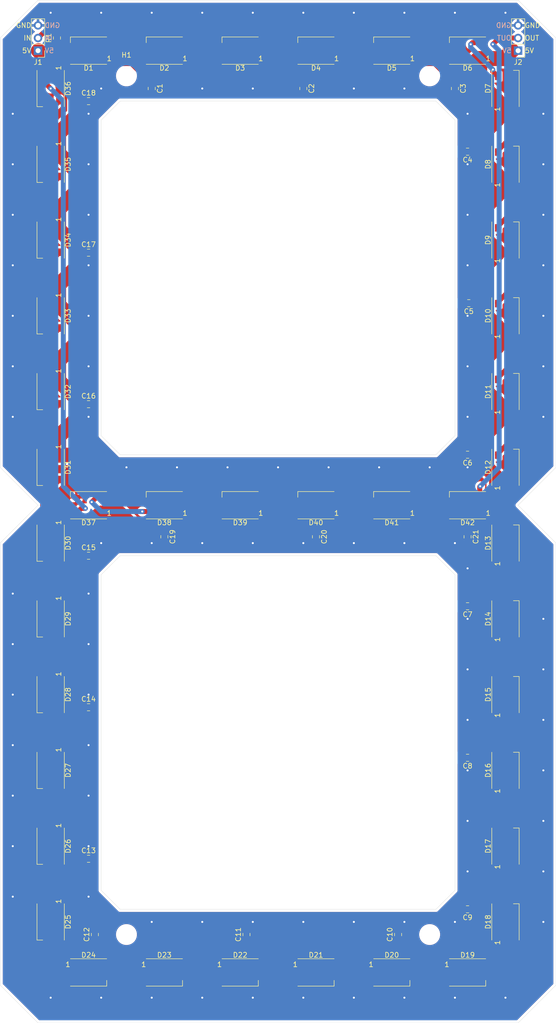
<source format=kicad_pcb>
(kicad_pcb (version 20171130) (host pcbnew "(5.1.5)-3")
  (layers (0 F.Cu signal) (31 B.Cu signal) (34 B.Paste user hide) (35 F.Paste user hide) (36 B.SilkS user) (37 F.SilkS user hide) (38 B.Mask user) (39 F.Mask user) (44 Edge.Cuts user))
  (net 0 "")
  (net 1 "Net-(D1-Pad2)")
  (net 2 "Net-(D1-Pad4)")
  (net 3 "Net-(D2-Pad2)")
  (net 4 "Net-(D3-Pad2)")
  (net 5 "Net-(D4-Pad2)")
  (net 6 "Net-(D5-Pad2)")
  (net 7 "Net-(D6-Pad2)")
  (net 8 "Net-(D7-Pad2)")
  (net 9 "Net-(D8-Pad2)")
  (net 10 "Net-(D10-Pad4)")
  (net 11 "Net-(D10-Pad2)")
  (net 12 "Net-(D11-Pad2)")
  (net 13 "Net-(D12-Pad2)")
  (net 14 "Net-(D13-Pad2)")
  (net 15 "Net-(D14-Pad2)")
  (net 16 "Net-(D15-Pad2)")
  (net 17 "Net-(D16-Pad2)")
  (net 18 "Net-(D17-Pad2)")
  (net 19 "Net-(D18-Pad2)")
  (net 20 "Net-(D19-Pad2)")
  (net 21 "Net-(D20-Pad2)")
  (net 22 "Net-(D21-Pad2)")
  (net 23 "Net-(D22-Pad2)")
  (net 24 "Net-(D23-Pad2)")
  (net 25 "Net-(D24-Pad2)")
  (net 26 "Net-(D25-Pad2)")
  (net 27 "Net-(D26-Pad2)")
  (net 28 "Net-(D27-Pad2)")
  (net 29 "Net-(D28-Pad2)")
  (net 30 "Net-(D29-Pad2)")
  (net 31 "Net-(D30-Pad2)")
  (net 32 "Net-(D31-Pad2)")
  (net 33 "Net-(D32-Pad2)")
  (net 34 "Net-(D33-Pad2)")
  (net 35 "Net-(D34-Pad2)")
  (net 36 "Net-(D35-Pad2)")
  (net 37 "Net-(D36-Pad2)")
  (net 38 "Net-(D37-Pad2)")
  (net 39 "Net-(D38-Pad2)")
  (net 40 "Net-(D39-Pad2)")
  (net 41 "Net-(D40-Pad2)")
  (net 42 "Net-(D41-Pad2)")
  (net 43 "Net-(D42-Pad2)")
  (net 44 "Net-(J1-Pad2)")
  (net 45 +5V)
  (net 46 GND)
  (module Capacitor_SMD:C_0805_2012Metric_Pad1.15x1.40mm_HandSolder (layer F.Cu) (at 132.08 123.19 270)
    (fp_text reference C21 (at 0 -1.65 90) (layer F.SilkS))
    (fp_text value C_Small)
    (pad 2 smd roundrect (at 1.025 0 270) (size 1.15 1.4) (layers F.Cu F.Paste F.Mask) (roundrect_rratio 0.217391) (net 46 GND))
    (pad 1 smd roundrect (at -1.025 0 270) (size 1.15 1.4) (layers F.Cu F.Paste F.Mask) (roundrect_rratio 0.217391) (net 45 +5V))
  )
  (module Capacitor_SMD:C_0805_2012Metric_Pad1.15x1.40mm_HandSolder (layer F.Cu) (at 101.6 123.19 270)
    (fp_text reference C20 (at 0 -1.65 90) (layer F.SilkS))
    (fp_text value C_Small)
    (pad 2 smd roundrect (at 1.025 0 270) (size 1.15 1.4) (layers F.Cu F.Paste F.Mask) (roundrect_rratio 0.217391) (net 46 GND))
    (pad 1 smd roundrect (at -1.025 0 270) (size 1.15 1.4) (layers F.Cu F.Paste F.Mask) (roundrect_rratio 0.217391) (net 45 +5V))
  )
  (module Capacitor_SMD:C_0805_2012Metric_Pad1.15x1.40mm_HandSolder (layer F.Cu) (at 71.12 123.19 270)
    (fp_text reference C19 (at 0 -1.65 90) (layer F.SilkS))
    (fp_text value C_Small)
    (pad 2 smd roundrect (at 1.025 0 270) (size 1.15 1.4) (layers F.Cu F.Paste F.Mask) (roundrect_rratio 0.217391) (net 46 GND))
    (pad 1 smd roundrect (at -1.025 0 270) (size 1.15 1.4) (layers F.Cu F.Paste F.Mask) (roundrect_rratio 0.217391) (net 45 +5V))
  )
  (module Capacitor_SMD:C_0805_2012Metric_Pad1.15x1.40mm_HandSolder (layer F.Cu) (at 55.88 35.56)
    (fp_text reference C18 (at 0 -1.65) (layer F.SilkS))
    (fp_text value C_Small)
    (pad 2 smd roundrect (at 1.025 0) (size 1.15 1.4) (layers F.Cu F.Paste F.Mask) (roundrect_rratio 0.217391) (net 46 GND))
    (pad 1 smd roundrect (at -1.025 0) (size 1.15 1.4) (layers F.Cu F.Paste F.Mask) (roundrect_rratio 0.217391) (net 45 +5V))
  )
  (module Capacitor_SMD:C_0805_2012Metric_Pad1.15x1.40mm_HandSolder (layer F.Cu) (at 55.88 66.04)
    (fp_text reference C17 (at 0 -1.65) (layer F.SilkS))
    (fp_text value C_Small)
    (pad 2 smd roundrect (at 1.025 0) (size 1.15 1.4) (layers F.Cu F.Paste F.Mask) (roundrect_rratio 0.217391) (net 46 GND))
    (pad 1 smd roundrect (at -1.025 0) (size 1.15 1.4) (layers F.Cu F.Paste F.Mask) (roundrect_rratio 0.217391) (net 45 +5V))
  )
  (module Capacitor_SMD:C_0805_2012Metric_Pad1.15x1.40mm_HandSolder (layer F.Cu) (at 55.88 96.52)
    (fp_text reference C16 (at 0 -1.65) (layer F.SilkS))
    (fp_text value C_Small)
    (pad 2 smd roundrect (at 1.025 0) (size 1.15 1.4) (layers F.Cu F.Paste F.Mask) (roundrect_rratio 0.217391) (net 46 GND))
    (pad 1 smd roundrect (at -1.025 0) (size 1.15 1.4) (layers F.Cu F.Paste F.Mask) (roundrect_rratio 0.217391) (net 45 +5V))
  )
  (module Capacitor_SMD:C_0805_2012Metric_Pad1.15x1.40mm_HandSolder (layer F.Cu) (at 55.88 127)
    (fp_text reference C15 (at 0 -1.65) (layer F.SilkS))
    (fp_text value C_Small)
    (pad 2 smd roundrect (at 1.025 0) (size 1.15 1.4) (layers F.Cu F.Paste F.Mask) (roundrect_rratio 0.217391) (net 46 GND))
    (pad 1 smd roundrect (at -1.025 0) (size 1.15 1.4) (layers F.Cu F.Paste F.Mask) (roundrect_rratio 0.217391) (net 45 +5V))
  )
  (module Capacitor_SMD:C_0805_2012Metric_Pad1.15x1.40mm_HandSolder (layer F.Cu) (at 55.88 157.48)
    (fp_text reference C14 (at 0 -1.65) (layer F.SilkS))
    (fp_text value C_Small)
    (pad 2 smd roundrect (at 1.025 0) (size 1.15 1.4) (layers F.Cu F.Paste F.Mask) (roundrect_rratio 0.217391) (net 46 GND))
    (pad 1 smd roundrect (at -1.025 0) (size 1.15 1.4) (layers F.Cu F.Paste F.Mask) (roundrect_rratio 0.217391) (net 45 +5V))
  )
  (module Capacitor_SMD:C_0805_2012Metric_Pad1.15x1.40mm_HandSolder (layer F.Cu) (at 55.88 187.96)
    (fp_text reference C13 (at 0 -1.65) (layer F.SilkS))
    (fp_text value C_Small)
    (pad 2 smd roundrect (at 1.025 0) (size 1.15 1.4) (layers F.Cu F.Paste F.Mask) (roundrect_rratio 0.217391) (net 46 GND))
    (pad 1 smd roundrect (at -1.025 0) (size 1.15 1.4) (layers F.Cu F.Paste F.Mask) (roundrect_rratio 0.217391) (net 45 +5V))
  )
  (module Capacitor_SMD:C_0805_2012Metric_Pad1.15x1.40mm_HandSolder (layer F.Cu) (at 57.15 203.2 90)
    (fp_text reference C12 (at 0 -1.65 90) (layer F.SilkS))
    (fp_text value C_Small)
    (pad 2 smd roundrect (at 1.025 0 90) (size 1.15 1.4) (layers F.Cu F.Paste F.Mask) (roundrect_rratio 0.217391) (net 46 GND))
    (pad 1 smd roundrect (at -1.025 0 90) (size 1.15 1.4) (layers F.Cu F.Paste F.Mask) (roundrect_rratio 0.217391) (net 45 +5V))
  )
  (module Capacitor_SMD:C_0805_2012Metric_Pad1.15x1.40mm_HandSolder (layer F.Cu) (at 87.63 203.2 90)
    (fp_text reference C11 (at 0 -1.65 90) (layer F.SilkS))
    (fp_text value C_Small)
    (pad 2 smd roundrect (at 1.025 0 90) (size 1.15 1.4) (layers F.Cu F.Paste F.Mask) (roundrect_rratio 0.217391) (net 46 GND))
    (pad 1 smd roundrect (at -1.025 0 90) (size 1.15 1.4) (layers F.Cu F.Paste F.Mask) (roundrect_rratio 0.217391) (net 45 +5V))
  )
  (module Capacitor_SMD:C_0805_2012Metric_Pad1.15x1.40mm_HandSolder (layer F.Cu) (at 118.11 203.2 90)
    (fp_text reference C10 (at 0 -1.65 90) (layer F.SilkS))
    (fp_text value C_Small)
    (pad 2 smd roundrect (at 1.025 0 90) (size 1.15 1.4) (layers F.Cu F.Paste F.Mask) (roundrect_rratio 0.217391) (net 46 GND))
    (pad 1 smd roundrect (at -1.025 0 90) (size 1.15 1.4) (layers F.Cu F.Paste F.Mask) (roundrect_rratio 0.217391) (net 45 +5V))
  )
  (module Capacitor_SMD:C_0805_2012Metric_Pad1.15x1.40mm_HandSolder (layer F.Cu) (at 132.08 198.12 180)
    (fp_text reference C9 (at 0 -1.65) (layer F.SilkS))
    (fp_text value C_Small)
    (pad 2 smd roundrect (at 1.025 0 180) (size 1.15 1.4) (layers F.Cu F.Paste F.Mask) (roundrect_rratio 0.217391) (net 46 GND))
    (pad 1 smd roundrect (at -1.025 0 180) (size 1.15 1.4) (layers F.Cu F.Paste F.Mask) (roundrect_rratio 0.217391) (net 45 +5V))
  )
  (module Capacitor_SMD:C_0805_2012Metric_Pad1.15x1.40mm_HandSolder (layer F.Cu) (at 132.08 167.64 180)
    (fp_text reference C8 (at 0 -1.65) (layer F.SilkS))
    (fp_text value C_Small)
    (pad 2 smd roundrect (at 1.025 0 180) (size 1.15 1.4) (layers F.Cu F.Paste F.Mask) (roundrect_rratio 0.217391) (net 46 GND))
    (pad 1 smd roundrect (at -1.025 0 180) (size 1.15 1.4) (layers F.Cu F.Paste F.Mask) (roundrect_rratio 0.217391) (net 45 +5V))
  )
  (module Capacitor_SMD:C_0805_2012Metric_Pad1.15x1.40mm_HandSolder (layer F.Cu) (at 132.08 137.16 180)
    (fp_text reference C7 (at 0 -1.65) (layer F.SilkS))
    (fp_text value C_Small)
    (pad 2 smd roundrect (at 1.025 0 180) (size 1.15 1.4) (layers F.Cu F.Paste F.Mask) (roundrect_rratio 0.217391) (net 46 GND))
    (pad 1 smd roundrect (at -1.025 0 180) (size 1.15 1.4) (layers F.Cu F.Paste F.Mask) (roundrect_rratio 0.217391) (net 45 +5V))
  )
  (module Capacitor_SMD:C_0805_2012Metric_Pad1.15x1.40mm_HandSolder (layer F.Cu) (at 132.08 106.68 180)
    (fp_text reference C6 (at 0 -1.65) (layer F.SilkS))
    (fp_text value C_Small)
    (pad 2 smd roundrect (at 1.025 0 180) (size 1.15 1.4) (layers F.Cu F.Paste F.Mask) (roundrect_rratio 0.217391) (net 46 GND))
    (pad 1 smd roundrect (at -1.025 0 180) (size 1.15 1.4) (layers F.Cu F.Paste F.Mask) (roundrect_rratio 0.217391) (net 45 +5V))
  )
  (module Capacitor_SMD:C_0805_2012Metric_Pad1.15x1.40mm_HandSolder (layer F.Cu) (at 132.325001 76.2 180)
    (fp_text reference C5 (at 0 -1.65) (layer F.SilkS))
    (fp_text value C_Small)
    (pad 2 smd roundrect (at 1.025 0 180) (size 1.15 1.4) (layers F.Cu F.Paste F.Mask) (roundrect_rratio 0.217391) (net 46 GND))
    (pad 1 smd roundrect (at -1.025 0 180) (size 1.15 1.4) (layers F.Cu F.Paste F.Mask) (roundrect_rratio 0.217391) (net 45 +5V))
  )
  (module Capacitor_SMD:C_0805_2012Metric_Pad1.15x1.40mm_HandSolder (layer F.Cu) (at 132.08 45.72 180)
    (fp_text reference C4 (at 0 -1.65) (layer F.SilkS))
    (fp_text value C_Small)
    (pad 2 smd roundrect (at 1.025 0 180) (size 1.15 1.4) (layers F.Cu F.Paste F.Mask) (roundrect_rratio 0.217391) (net 46 GND))
    (pad 1 smd roundrect (at -1.025 0 180) (size 1.15 1.4) (layers F.Cu F.Paste F.Mask) (roundrect_rratio 0.217391) (net 45 +5V))
  )
  (module Capacitor_SMD:C_0805_2012Metric_Pad1.15x1.40mm_HandSolder (layer F.Cu) (at 129.54 33.02 270)
    (fp_text reference C3 (at 0 -1.65 90) (layer F.SilkS))
    (fp_text value C_Small)
    (pad 2 smd roundrect (at 1.025 0 270) (size 1.15 1.4) (layers F.Cu F.Paste F.Mask) (roundrect_rratio 0.217391) (net 46 GND))
    (pad 1 smd roundrect (at -1.025 0 270) (size 1.15 1.4) (layers F.Cu F.Paste F.Mask) (roundrect_rratio 0.217391) (net 45 +5V))
  )
  (module Capacitor_SMD:C_0805_2012Metric_Pad1.15x1.40mm_HandSolder (layer F.Cu) (at 99.06 33.02 270)
    (fp_text reference C2 (at 0 -1.65 90) (layer F.SilkS))
    (fp_text value C_Small)
    (pad 2 smd roundrect (at 1.025 0 270) (size 1.15 1.4) (layers F.Cu F.Paste F.Mask) (roundrect_rratio 0.217391) (net 46 GND))
    (pad 1 smd roundrect (at -1.025 0 270) (size 1.15 1.4) (layers F.Cu F.Paste F.Mask) (roundrect_rratio 0.217391) (net 45 +5V))
  )
  (module Capacitor_SMD:C_0805_2012Metric_Pad1.15x1.40mm_HandSolder (layer F.Cu) (at 68.58 33.02 270)
    (fp_text reference C1 (at 0 -1.65 90) (layer F.SilkS))
    (fp_text value C_Small)
    (pad 2 smd roundrect (at 1.025 0 270) (size 1.15 1.4) (layers F.Cu F.Paste F.Mask) (roundrect_rratio 0.217391) (net 46 GND))
    (pad 1 smd roundrect (at -1.025 0 270) (size 1.15 1.4) (layers F.Cu F.Paste F.Mask) (roundrect_rratio 0.217391) (net 45 +5V))
  )
  (module LED_SMD:LED_WS2812B_PLCC4_5.0x5.0mm_P3.2mm (layer F.Cu) (at 55.88 25.4 180)
    (fp_text reference D1 (at 0 -3.5) (layer F.SilkS))
    (fp_text value WS2812B)
    (fp_text user 1 (at -4.15 -1.6) (layer F.SilkS))
    (pad 1 smd rect (at -2.45 -1.6 180) (size 1.5 1) (layers F.Cu F.Paste F.Mask) (net 45 +5V))
    (pad 2 smd rect (at -2.45 1.6 180) (size 1.5 1) (layers F.Cu F.Paste F.Mask) (net 1 "Net-(D1-Pad2)"))
    (pad 4 smd rect (at 2.45 -1.6 180) (size 1.5 1) (layers F.Cu F.Paste F.Mask) (net 2 "Net-(D1-Pad4)"))
    (pad 3 smd rect (at 2.45 1.6 180) (size 1.5 1) (layers F.Cu F.Paste F.Mask) (net 46 GND))
  )
  (module MountingHole:MountingHole_3.2mm_M3 (layer F.Cu) (at 124.46 203.2)
    (fp_text reference H4)
    (fp_text value MountingHole)
    (pad 1 np_thru_hole circle (at 0 0) (size 3.2 3.2) (drill 3.2) (layers *.Cu *.Mask))
  )
  (module MountingHole:MountingHole_3.2mm_M3 (layer F.Cu) (at 63.5 203.2)
    (fp_text reference H3)
    (fp_text value MountingHole)
    (pad 1 np_thru_hole circle (at 0 0) (size 3.2 3.2) (drill 3.2) (layers *.Cu *.Mask))
  )
  (module MountingHole:MountingHole_3.2mm_M3 (layer F.Cu) (at 124.46 30.48)
    (fp_text reference H2)
    (fp_text value MountingHole)
    (pad 1 np_thru_hole circle (at 0 0) (size 3.2 3.2) (drill 3.2) (layers *.Cu *.Mask))
  )
  (module MountingHole:MountingHole_3.2mm_M3 (layer F.Cu) (at 63.5 30.48)
    (fp_text reference H1 (at 0 -4.2) (layer F.SilkS))
    (fp_text value MountingHole)
    (pad 1 np_thru_hole circle (at 0 0) (size 3.2 3.2) (drill 3.2) (layers *.Cu *.Mask))
  )
  (module Resistor_SMD:R_0805_2012Metric_Pad1.15x1.40mm_HandSolder (layer F.Cu) (at 49.53 22.86 90)
    (fp_text reference R1 (at 0 -1.65 90) (layer F.SilkS))
    (fp_text value 330R)
    (pad 2 smd roundrect (at 1.025 0 90) (size 1.15 1.4) (layers F.Cu F.Paste F.Mask) (roundrect_rratio 0.217391) (net 44 "Net-(J1-Pad2)"))
    (pad 1 smd roundrect (at -1.025 0 90) (size 1.15 1.4) (layers F.Cu F.Paste F.Mask) (roundrect_rratio 0.217391) (net 2 "Net-(D1-Pad4)"))
  )
  (module Connector_PinHeader_2.54mm:PinHeader_1x03_P2.54mm_Vertical (layer F.Cu) (at 142.24 25.4 180)
    (fp_text reference J2 (at 0 -2.33) (layer F.SilkS))
    (fp_text value Conn_01x03)
    (pad 3 thru_hole oval (at 0 5.08 180) (size 1.7 1.7) (drill 1) (layers *.Cu *.Mask) (net 46 GND))
    (pad 2 thru_hole oval (at 0 2.54 180) (size 1.7 1.7) (drill 1) (layers *.Cu *.Mask) (net 43 "Net-(D42-Pad2)"))
    (pad 1 thru_hole rect (at 0 0 180) (size 1.7 1.7) (drill 1) (layers *.Cu *.Mask) (net 45 +5V))
  )
  (module Connector_PinHeader_2.54mm:PinHeader_1x03_P2.54mm_Vertical (layer F.Cu) (at 45.72 25.4 180)
    (fp_text reference J1 (at 0 -2.33) (layer F.SilkS))
    (fp_text value Conn_01x03)
    (pad 3 thru_hole oval (at 0 5.08 180) (size 1.7 1.7) (drill 1) (layers *.Cu *.Mask) (net 46 GND))
    (pad 2 thru_hole oval (at 0 2.54 180) (size 1.7 1.7) (drill 1) (layers *.Cu *.Mask) (net 44 "Net-(J1-Pad2)"))
    (pad 1 thru_hole rect (at 0 0 180) (size 1.7 1.7) (drill 1) (layers *.Cu *.Mask) (net 45 +5V))
  )
  (module LED_SMD:LED_WS2812B_PLCC4_5.0x5.0mm_P3.2mm (layer F.Cu) (at 132.08 116.84 180)
    (fp_text reference D42 (at 0 -3.5) (layer F.SilkS))
    (fp_text value WS2812B)
    (fp_text user 1 (at -4.15 -1.6) (layer F.SilkS))
    (pad 1 smd rect (at -2.45 -1.6 180) (size 1.5 1) (layers F.Cu F.Paste F.Mask) (net 45 +5V))
    (pad 2 smd rect (at -2.45 1.6 180) (size 1.5 1) (layers F.Cu F.Paste F.Mask) (net 43 "Net-(D42-Pad2)"))
    (pad 4 smd rect (at 2.45 -1.6 180) (size 1.5 1) (layers F.Cu F.Paste F.Mask) (net 42 "Net-(D41-Pad2)"))
    (pad 3 smd rect (at 2.45 1.6 180) (size 1.5 1) (layers F.Cu F.Paste F.Mask) (net 46 GND))
  )
  (module LED_SMD:LED_WS2812B_PLCC4_5.0x5.0mm_P3.2mm (layer F.Cu) (at 116.84 116.84 180)
    (fp_text reference D41 (at 0 -3.5) (layer F.SilkS))
    (fp_text value WS2812B)
    (fp_text user 1 (at -4.15 -1.6) (layer F.SilkS))
    (pad 1 smd rect (at -2.45 -1.6 180) (size 1.5 1) (layers F.Cu F.Paste F.Mask) (net 45 +5V))
    (pad 2 smd rect (at -2.45 1.6 180) (size 1.5 1) (layers F.Cu F.Paste F.Mask) (net 42 "Net-(D41-Pad2)"))
    (pad 4 smd rect (at 2.45 -1.6 180) (size 1.5 1) (layers F.Cu F.Paste F.Mask) (net 41 "Net-(D40-Pad2)"))
    (pad 3 smd rect (at 2.45 1.6 180) (size 1.5 1) (layers F.Cu F.Paste F.Mask) (net 46 GND))
  )
  (module LED_SMD:LED_WS2812B_PLCC4_5.0x5.0mm_P3.2mm (layer F.Cu) (at 101.6 116.84 180)
    (fp_text reference D40 (at 0 -3.5) (layer F.SilkS))
    (fp_text value WS2812B)
    (fp_text user 1 (at -4.15 -1.6) (layer F.SilkS))
    (pad 1 smd rect (at -2.45 -1.6 180) (size 1.5 1) (layers F.Cu F.Paste F.Mask) (net 45 +5V))
    (pad 2 smd rect (at -2.45 1.6 180) (size 1.5 1) (layers F.Cu F.Paste F.Mask) (net 41 "Net-(D40-Pad2)"))
    (pad 4 smd rect (at 2.45 -1.6 180) (size 1.5 1) (layers F.Cu F.Paste F.Mask) (net 40 "Net-(D39-Pad2)"))
    (pad 3 smd rect (at 2.45 1.6 180) (size 1.5 1) (layers F.Cu F.Paste F.Mask) (net 46 GND))
  )
  (module LED_SMD:LED_WS2812B_PLCC4_5.0x5.0mm_P3.2mm (layer F.Cu) (at 86.36 116.84 180)
    (fp_text reference D39 (at 0 -3.5) (layer F.SilkS))
    (fp_text value WS2812B)
    (fp_text user 1 (at -4.15 -1.6) (layer F.SilkS))
    (pad 1 smd rect (at -2.45 -1.6 180) (size 1.5 1) (layers F.Cu F.Paste F.Mask) (net 45 +5V))
    (pad 2 smd rect (at -2.45 1.6 180) (size 1.5 1) (layers F.Cu F.Paste F.Mask) (net 40 "Net-(D39-Pad2)"))
    (pad 4 smd rect (at 2.45 -1.6 180) (size 1.5 1) (layers F.Cu F.Paste F.Mask) (net 39 "Net-(D38-Pad2)"))
    (pad 3 smd rect (at 2.45 1.6 180) (size 1.5 1) (layers F.Cu F.Paste F.Mask) (net 46 GND))
  )
  (module LED_SMD:LED_WS2812B_PLCC4_5.0x5.0mm_P3.2mm (layer F.Cu) (at 71.12 116.84 180)
    (fp_text reference D38 (at 0 -3.5) (layer F.SilkS))
    (fp_text value WS2812B)
    (fp_text user 1 (at -4.15 -1.6) (layer F.SilkS))
    (pad 1 smd rect (at -2.45 -1.6 180) (size 1.5 1) (layers F.Cu F.Paste F.Mask) (net 45 +5V))
    (pad 2 smd rect (at -2.45 1.6 180) (size 1.5 1) (layers F.Cu F.Paste F.Mask) (net 39 "Net-(D38-Pad2)"))
    (pad 4 smd rect (at 2.45 -1.6 180) (size 1.5 1) (layers F.Cu F.Paste F.Mask) (net 38 "Net-(D37-Pad2)"))
    (pad 3 smd rect (at 2.45 1.6 180) (size 1.5 1) (layers F.Cu F.Paste F.Mask) (net 46 GND))
  )
  (module LED_SMD:LED_WS2812B_PLCC4_5.0x5.0mm_P3.2mm (layer F.Cu) (at 55.88 116.84 180)
    (fp_text reference D37 (at 0 -3.5) (layer F.SilkS))
    (fp_text value WS2812B)
    (fp_text user 1 (at -4.15 -1.6) (layer F.SilkS))
    (pad 1 smd rect (at -2.45 -1.6 180) (size 1.5 1) (layers F.Cu F.Paste F.Mask) (net 45 +5V))
    (pad 2 smd rect (at -2.45 1.6 180) (size 1.5 1) (layers F.Cu F.Paste F.Mask) (net 38 "Net-(D37-Pad2)"))
    (pad 4 smd rect (at 2.45 -1.6 180) (size 1.5 1) (layers F.Cu F.Paste F.Mask) (net 37 "Net-(D36-Pad2)"))
    (pad 3 smd rect (at 2.45 1.6 180) (size 1.5 1) (layers F.Cu F.Paste F.Mask) (net 46 GND))
  )
  (module LED_SMD:LED_WS2812B_PLCC4_5.0x5.0mm_P3.2mm (layer F.Cu) (at 48.26 33.02 270)
    (fp_text reference D36 (at 0 -3.5 90) (layer F.SilkS))
    (fp_text value WS2812B)
    (fp_text user 1 (at -4.15 -1.6 90) (layer F.SilkS))
    (pad 1 smd rect (at -2.45 -1.6 270) (size 1.5 1) (layers F.Cu F.Paste F.Mask) (net 45 +5V))
    (pad 2 smd rect (at -2.45 1.6 270) (size 1.5 1) (layers F.Cu F.Paste F.Mask) (net 37 "Net-(D36-Pad2)"))
    (pad 4 smd rect (at 2.45 -1.6 270) (size 1.5 1) (layers F.Cu F.Paste F.Mask) (net 36 "Net-(D35-Pad2)"))
    (pad 3 smd rect (at 2.45 1.6 270) (size 1.5 1) (layers F.Cu F.Paste F.Mask) (net 46 GND))
  )
  (module LED_SMD:LED_WS2812B_PLCC4_5.0x5.0mm_P3.2mm (layer F.Cu) (at 48.26 48.26 270)
    (fp_text reference D35 (at 0 -3.5 90) (layer F.SilkS))
    (fp_text value WS2812B)
    (fp_text user 1 (at -4.15 -1.6 90) (layer F.SilkS))
    (pad 1 smd rect (at -2.45 -1.6 270) (size 1.5 1) (layers F.Cu F.Paste F.Mask) (net 45 +5V))
    (pad 2 smd rect (at -2.45 1.6 270) (size 1.5 1) (layers F.Cu F.Paste F.Mask) (net 36 "Net-(D35-Pad2)"))
    (pad 4 smd rect (at 2.45 -1.6 270) (size 1.5 1) (layers F.Cu F.Paste F.Mask) (net 35 "Net-(D34-Pad2)"))
    (pad 3 smd rect (at 2.45 1.6 270) (size 1.5 1) (layers F.Cu F.Paste F.Mask) (net 46 GND))
  )
  (module LED_SMD:LED_WS2812B_PLCC4_5.0x5.0mm_P3.2mm (layer F.Cu) (at 48.26 63.5 270)
    (fp_text reference D34 (at 0 -3.5 90) (layer F.SilkS))
    (fp_text value WS2812B)
    (fp_text user 1 (at -4.15 -1.6 90) (layer F.SilkS))
    (pad 1 smd rect (at -2.45 -1.6 270) (size 1.5 1) (layers F.Cu F.Paste F.Mask) (net 45 +5V))
    (pad 2 smd rect (at -2.45 1.6 270) (size 1.5 1) (layers F.Cu F.Paste F.Mask) (net 35 "Net-(D34-Pad2)"))
    (pad 4 smd rect (at 2.45 -1.6 270) (size 1.5 1) (layers F.Cu F.Paste F.Mask) (net 34 "Net-(D33-Pad2)"))
    (pad 3 smd rect (at 2.45 1.6 270) (size 1.5 1) (layers F.Cu F.Paste F.Mask) (net 46 GND))
  )
  (module LED_SMD:LED_WS2812B_PLCC4_5.0x5.0mm_P3.2mm (layer F.Cu) (at 48.26 78.74 270)
    (fp_text reference D33 (at 0 -3.5 90) (layer F.SilkS))
    (fp_text value WS2812B)
    (fp_text user 1 (at -4.15 -1.6 90) (layer F.SilkS))
    (pad 1 smd rect (at -2.45 -1.6 270) (size 1.5 1) (layers F.Cu F.Paste F.Mask) (net 45 +5V))
    (pad 2 smd rect (at -2.45 1.6 270) (size 1.5 1) (layers F.Cu F.Paste F.Mask) (net 34 "Net-(D33-Pad2)"))
    (pad 4 smd rect (at 2.45 -1.6 270) (size 1.5 1) (layers F.Cu F.Paste F.Mask) (net 33 "Net-(D32-Pad2)"))
    (pad 3 smd rect (at 2.45 1.6 270) (size 1.5 1) (layers F.Cu F.Paste F.Mask) (net 46 GND))
  )
  (module LED_SMD:LED_WS2812B_PLCC4_5.0x5.0mm_P3.2mm (layer F.Cu) (at 48.26 93.98 270)
    (fp_text reference D32 (at 0 -3.5 90) (layer F.SilkS))
    (fp_text value WS2812B)
    (fp_text user 1 (at -4.15 -1.6 90) (layer F.SilkS))
    (pad 1 smd rect (at -2.45 -1.6 270) (size 1.5 1) (layers F.Cu F.Paste F.Mask) (net 45 +5V))
    (pad 2 smd rect (at -2.45 1.6 270) (size 1.5 1) (layers F.Cu F.Paste F.Mask) (net 33 "Net-(D32-Pad2)"))
    (pad 4 smd rect (at 2.45 -1.6 270) (size 1.5 1) (layers F.Cu F.Paste F.Mask) (net 32 "Net-(D31-Pad2)"))
    (pad 3 smd rect (at 2.45 1.6 270) (size 1.5 1) (layers F.Cu F.Paste F.Mask) (net 46 GND))
  )
  (module LED_SMD:LED_WS2812B_PLCC4_5.0x5.0mm_P3.2mm (layer F.Cu) (at 48.26 109.22 270)
    (fp_text reference D31 (at 0 -3.5 90) (layer F.SilkS))
    (fp_text value WS2812B)
    (fp_text user 1 (at -4.15 -1.6 90) (layer F.SilkS))
    (pad 1 smd rect (at -2.45 -1.6 270) (size 1.5 1) (layers F.Cu F.Paste F.Mask) (net 45 +5V))
    (pad 2 smd rect (at -2.45 1.6 270) (size 1.5 1) (layers F.Cu F.Paste F.Mask) (net 32 "Net-(D31-Pad2)"))
    (pad 4 smd rect (at 2.45 -1.6 270) (size 1.5 1) (layers F.Cu F.Paste F.Mask) (net 31 "Net-(D30-Pad2)"))
    (pad 3 smd rect (at 2.45 1.6 270) (size 1.5 1) (layers F.Cu F.Paste F.Mask) (net 46 GND))
  )
  (module LED_SMD:LED_WS2812B_PLCC4_5.0x5.0mm_P3.2mm (layer F.Cu) (at 48.26 124.46 270)
    (fp_text reference D30 (at 0 -3.5 90) (layer F.SilkS))
    (fp_text value WS2812B)
    (fp_text user 1 (at -4.15 -1.6 90) (layer F.SilkS))
    (pad 1 smd rect (at -2.45 -1.6 270) (size 1.5 1) (layers F.Cu F.Paste F.Mask) (net 45 +5V))
    (pad 2 smd rect (at -2.45 1.6 270) (size 1.5 1) (layers F.Cu F.Paste F.Mask) (net 31 "Net-(D30-Pad2)"))
    (pad 4 smd rect (at 2.45 -1.6 270) (size 1.5 1) (layers F.Cu F.Paste F.Mask) (net 30 "Net-(D29-Pad2)"))
    (pad 3 smd rect (at 2.45 1.6 270) (size 1.5 1) (layers F.Cu F.Paste F.Mask) (net 46 GND))
  )
  (module LED_SMD:LED_WS2812B_PLCC4_5.0x5.0mm_P3.2mm (layer F.Cu) (at 48.26 139.7 270)
    (fp_text reference D29 (at 0 -3.5 90) (layer F.SilkS))
    (fp_text value WS2812B)
    (fp_text user 1 (at -4.15 -1.6 90) (layer F.SilkS))
    (pad 1 smd rect (at -2.45 -1.6 270) (size 1.5 1) (layers F.Cu F.Paste F.Mask) (net 45 +5V))
    (pad 2 smd rect (at -2.45 1.6 270) (size 1.5 1) (layers F.Cu F.Paste F.Mask) (net 30 "Net-(D29-Pad2)"))
    (pad 4 smd rect (at 2.45 -1.6 270) (size 1.5 1) (layers F.Cu F.Paste F.Mask) (net 29 "Net-(D28-Pad2)"))
    (pad 3 smd rect (at 2.45 1.6 270) (size 1.5 1) (layers F.Cu F.Paste F.Mask) (net 46 GND))
  )
  (module LED_SMD:LED_WS2812B_PLCC4_5.0x5.0mm_P3.2mm (layer F.Cu) (at 48.26 154.94 270)
    (fp_text reference D28 (at 0 -3.5 90) (layer F.SilkS))
    (fp_text value WS2812B)
    (fp_text user 1 (at -4.15 -1.6 90) (layer F.SilkS))
    (pad 1 smd rect (at -2.45 -1.6 270) (size 1.5 1) (layers F.Cu F.Paste F.Mask) (net 45 +5V))
    (pad 2 smd rect (at -2.45 1.6 270) (size 1.5 1) (layers F.Cu F.Paste F.Mask) (net 29 "Net-(D28-Pad2)"))
    (pad 4 smd rect (at 2.45 -1.6 270) (size 1.5 1) (layers F.Cu F.Paste F.Mask) (net 28 "Net-(D27-Pad2)"))
    (pad 3 smd rect (at 2.45 1.6 270) (size 1.5 1) (layers F.Cu F.Paste F.Mask) (net 46 GND))
  )
  (module LED_SMD:LED_WS2812B_PLCC4_5.0x5.0mm_P3.2mm (layer F.Cu) (at 48.26 170.18 270)
    (fp_text reference D27 (at 0 -3.5 90) (layer F.SilkS))
    (fp_text value WS2812B)
    (fp_text user 1 (at -4.15 -1.6 90) (layer F.SilkS))
    (pad 1 smd rect (at -2.45 -1.6 270) (size 1.5 1) (layers F.Cu F.Paste F.Mask) (net 45 +5V))
    (pad 2 smd rect (at -2.45 1.6 270) (size 1.5 1) (layers F.Cu F.Paste F.Mask) (net 28 "Net-(D27-Pad2)"))
    (pad 4 smd rect (at 2.45 -1.6 270) (size 1.5 1) (layers F.Cu F.Paste F.Mask) (net 27 "Net-(D26-Pad2)"))
    (pad 3 smd rect (at 2.45 1.6 270) (size 1.5 1) (layers F.Cu F.Paste F.Mask) (net 46 GND))
  )
  (module LED_SMD:LED_WS2812B_PLCC4_5.0x5.0mm_P3.2mm (layer F.Cu) (at 48.26 185.42 270)
    (fp_text reference D26 (at 0 -3.5 90) (layer F.SilkS))
    (fp_text value WS2812B)
    (fp_text user 1 (at -4.15 -1.6 90) (layer F.SilkS))
    (pad 1 smd rect (at -2.45 -1.6 270) (size 1.5 1) (layers F.Cu F.Paste F.Mask) (net 45 +5V))
    (pad 2 smd rect (at -2.45 1.6 270) (size 1.5 1) (layers F.Cu F.Paste F.Mask) (net 27 "Net-(D26-Pad2)"))
    (pad 4 smd rect (at 2.45 -1.6 270) (size 1.5 1) (layers F.Cu F.Paste F.Mask) (net 26 "Net-(D25-Pad2)"))
    (pad 3 smd rect (at 2.45 1.6 270) (size 1.5 1) (layers F.Cu F.Paste F.Mask) (net 46 GND))
  )
  (module LED_SMD:LED_WS2812B_PLCC4_5.0x5.0mm_P3.2mm (layer F.Cu) (at 48.26 200.66 270)
    (fp_text reference D25 (at 0 -3.5 90) (layer F.SilkS))
    (fp_text value WS2812B)
    (fp_text user 1 (at -4.15 -1.6 90) (layer F.SilkS))
    (pad 1 smd rect (at -2.45 -1.6 270) (size 1.5 1) (layers F.Cu F.Paste F.Mask) (net 45 +5V))
    (pad 2 smd rect (at -2.45 1.6 270) (size 1.5 1) (layers F.Cu F.Paste F.Mask) (net 26 "Net-(D25-Pad2)"))
    (pad 4 smd rect (at 2.45 -1.6 270) (size 1.5 1) (layers F.Cu F.Paste F.Mask) (net 25 "Net-(D24-Pad2)"))
    (pad 3 smd rect (at 2.45 1.6 270) (size 1.5 1) (layers F.Cu F.Paste F.Mask) (net 46 GND))
  )
  (module LED_SMD:LED_WS2812B_PLCC4_5.0x5.0mm_P3.2mm (layer F.Cu) (at 55.88 210.82)
    (fp_text reference D24 (at 0 -3.5) (layer F.SilkS))
    (fp_text value WS2812B)
    (fp_text user 1 (at -4.15 -1.6) (layer F.SilkS))
    (pad 1 smd rect (at -2.45 -1.6) (size 1.5 1) (layers F.Cu F.Paste F.Mask) (net 45 +5V))
    (pad 2 smd rect (at -2.45 1.6) (size 1.5 1) (layers F.Cu F.Paste F.Mask) (net 25 "Net-(D24-Pad2)"))
    (pad 4 smd rect (at 2.45 -1.6) (size 1.5 1) (layers F.Cu F.Paste F.Mask) (net 24 "Net-(D23-Pad2)"))
    (pad 3 smd rect (at 2.45 1.6) (size 1.5 1) (layers F.Cu F.Paste F.Mask) (net 46 GND))
  )
  (module LED_SMD:LED_WS2812B_PLCC4_5.0x5.0mm_P3.2mm (layer F.Cu) (at 71.12 210.82)
    (fp_text reference D23 (at 0 -3.5) (layer F.SilkS))
    (fp_text value WS2812B)
    (fp_text user 1 (at -4.15 -1.6) (layer F.SilkS))
    (pad 1 smd rect (at -2.45 -1.6) (size 1.5 1) (layers F.Cu F.Paste F.Mask) (net 45 +5V))
    (pad 2 smd rect (at -2.45 1.6) (size 1.5 1) (layers F.Cu F.Paste F.Mask) (net 24 "Net-(D23-Pad2)"))
    (pad 4 smd rect (at 2.45 -1.6) (size 1.5 1) (layers F.Cu F.Paste F.Mask) (net 23 "Net-(D22-Pad2)"))
    (pad 3 smd rect (at 2.45 1.6) (size 1.5 1) (layers F.Cu F.Paste F.Mask) (net 46 GND))
  )
  (module LED_SMD:LED_WS2812B_PLCC4_5.0x5.0mm_P3.2mm (layer F.Cu) (at 86.36 210.82)
    (fp_text reference D22 (at 0 -3.5) (layer F.SilkS))
    (fp_text value WS2812B)
    (fp_text user 1 (at -4.15 -1.6) (layer F.SilkS))
    (pad 1 smd rect (at -2.45 -1.6) (size 1.5 1) (layers F.Cu F.Paste F.Mask) (net 45 +5V))
    (pad 2 smd rect (at -2.45 1.6) (size 1.5 1) (layers F.Cu F.Paste F.Mask) (net 23 "Net-(D22-Pad2)"))
    (pad 4 smd rect (at 2.45 -1.6) (size 1.5 1) (layers F.Cu F.Paste F.Mask) (net 22 "Net-(D21-Pad2)"))
    (pad 3 smd rect (at 2.45 1.6) (size 1.5 1) (layers F.Cu F.Paste F.Mask) (net 46 GND))
  )
  (module LED_SMD:LED_WS2812B_PLCC4_5.0x5.0mm_P3.2mm (layer F.Cu) (at 101.6 210.82)
    (fp_text reference D21 (at 0 -3.5) (layer F.SilkS))
    (fp_text value WS2812B)
    (fp_text user 1 (at -4.15 -1.6) (layer F.SilkS))
    (pad 1 smd rect (at -2.45 -1.6) (size 1.5 1) (layers F.Cu F.Paste F.Mask) (net 45 +5V))
    (pad 2 smd rect (at -2.45 1.6) (size 1.5 1) (layers F.Cu F.Paste F.Mask) (net 22 "Net-(D21-Pad2)"))
    (pad 4 smd rect (at 2.45 -1.6) (size 1.5 1) (layers F.Cu F.Paste F.Mask) (net 21 "Net-(D20-Pad2)"))
    (pad 3 smd rect (at 2.45 1.6) (size 1.5 1) (layers F.Cu F.Paste F.Mask) (net 46 GND))
  )
  (module LED_SMD:LED_WS2812B_PLCC4_5.0x5.0mm_P3.2mm (layer F.Cu) (at 116.84 210.82)
    (fp_text reference D20 (at 0 -3.5) (layer F.SilkS))
    (fp_text value WS2812B)
    (fp_text user 1 (at -4.15 -1.6) (layer F.SilkS))
    (pad 1 smd rect (at -2.45 -1.6) (size 1.5 1) (layers F.Cu F.Paste F.Mask) (net 45 +5V))
    (pad 2 smd rect (at -2.45 1.6) (size 1.5 1) (layers F.Cu F.Paste F.Mask) (net 21 "Net-(D20-Pad2)"))
    (pad 4 smd rect (at 2.45 -1.6) (size 1.5 1) (layers F.Cu F.Paste F.Mask) (net 20 "Net-(D19-Pad2)"))
    (pad 3 smd rect (at 2.45 1.6) (size 1.5 1) (layers F.Cu F.Paste F.Mask) (net 46 GND))
  )
  (module LED_SMD:LED_WS2812B_PLCC4_5.0x5.0mm_P3.2mm (layer F.Cu) (at 132.08 210.82)
    (fp_text reference D19 (at 0 -3.5) (layer F.SilkS))
    (fp_text value WS2812B)
    (fp_text user 1 (at -4.15 -1.6) (layer F.SilkS))
    (pad 1 smd rect (at -2.45 -1.6) (size 1.5 1) (layers F.Cu F.Paste F.Mask) (net 45 +5V))
    (pad 2 smd rect (at -2.45 1.6) (size 1.5 1) (layers F.Cu F.Paste F.Mask) (net 20 "Net-(D19-Pad2)"))
    (pad 4 smd rect (at 2.45 -1.6) (size 1.5 1) (layers F.Cu F.Paste F.Mask) (net 19 "Net-(D18-Pad2)"))
    (pad 3 smd rect (at 2.45 1.6) (size 1.5 1) (layers F.Cu F.Paste F.Mask) (net 46 GND))
  )
  (module LED_SMD:LED_WS2812B_PLCC4_5.0x5.0mm_P3.2mm (layer F.Cu) (at 139.7 200.66 90)
    (fp_text reference D18 (at 0 -3.5 90) (layer F.SilkS))
    (fp_text value WS2812B)
    (fp_text user 1 (at -4.15 -1.6 90) (layer F.SilkS))
    (pad 1 smd rect (at -2.45 -1.6 90) (size 1.5 1) (layers F.Cu F.Paste F.Mask) (net 45 +5V))
    (pad 2 smd rect (at -2.45 1.6 90) (size 1.5 1) (layers F.Cu F.Paste F.Mask) (net 19 "Net-(D18-Pad2)"))
    (pad 4 smd rect (at 2.45 -1.6 90) (size 1.5 1) (layers F.Cu F.Paste F.Mask) (net 18 "Net-(D17-Pad2)"))
    (pad 3 smd rect (at 2.45 1.6 90) (size 1.5 1) (layers F.Cu F.Paste F.Mask) (net 46 GND))
  )
  (module LED_SMD:LED_WS2812B_PLCC4_5.0x5.0mm_P3.2mm (layer F.Cu) (at 139.7 185.42 90)
    (fp_text reference D17 (at 0 -3.5 90) (layer F.SilkS))
    (fp_text value WS2812B)
    (fp_text user 1 (at -4.15 -1.6 90) (layer F.SilkS))
    (pad 1 smd rect (at -2.45 -1.6 90) (size 1.5 1) (layers F.Cu F.Paste F.Mask) (net 45 +5V))
    (pad 2 smd rect (at -2.45 1.6 90) (size 1.5 1) (layers F.Cu F.Paste F.Mask) (net 18 "Net-(D17-Pad2)"))
    (pad 4 smd rect (at 2.45 -1.6 90) (size 1.5 1) (layers F.Cu F.Paste F.Mask) (net 17 "Net-(D16-Pad2)"))
    (pad 3 smd rect (at 2.45 1.6 90) (size 1.5 1) (layers F.Cu F.Paste F.Mask) (net 46 GND))
  )
  (module LED_SMD:LED_WS2812B_PLCC4_5.0x5.0mm_P3.2mm (layer F.Cu) (at 139.7 170.18 90)
    (fp_text reference D16 (at 0 -3.5 90) (layer F.SilkS))
    (fp_text value WS2812B)
    (fp_text user 1 (at -4.15 -1.6 90) (layer F.SilkS))
    (pad 1 smd rect (at -2.45 -1.6 90) (size 1.5 1) (layers F.Cu F.Paste F.Mask) (net 45 +5V))
    (pad 2 smd rect (at -2.45 1.6 90) (size 1.5 1) (layers F.Cu F.Paste F.Mask) (net 17 "Net-(D16-Pad2)"))
    (pad 4 smd rect (at 2.45 -1.6 90) (size 1.5 1) (layers F.Cu F.Paste F.Mask) (net 16 "Net-(D15-Pad2)"))
    (pad 3 smd rect (at 2.45 1.6 90) (size 1.5 1) (layers F.Cu F.Paste F.Mask) (net 46 GND))
  )
  (module LED_SMD:LED_WS2812B_PLCC4_5.0x5.0mm_P3.2mm (layer F.Cu) (at 139.7 154.94 90)
    (fp_text reference D15 (at 0 -3.5 90) (layer F.SilkS))
    (fp_text value WS2812B)
    (fp_text user 1 (at -4.15 -1.6 90) (layer F.SilkS))
    (pad 1 smd rect (at -2.45 -1.6 90) (size 1.5 1) (layers F.Cu F.Paste F.Mask) (net 45 +5V))
    (pad 2 smd rect (at -2.45 1.6 90) (size 1.5 1) (layers F.Cu F.Paste F.Mask) (net 16 "Net-(D15-Pad2)"))
    (pad 4 smd rect (at 2.45 -1.6 90) (size 1.5 1) (layers F.Cu F.Paste F.Mask) (net 15 "Net-(D14-Pad2)"))
    (pad 3 smd rect (at 2.45 1.6 90) (size 1.5 1) (layers F.Cu F.Paste F.Mask) (net 46 GND))
  )
  (module LED_SMD:LED_WS2812B_PLCC4_5.0x5.0mm_P3.2mm (layer F.Cu) (at 139.7 139.7 90)
    (fp_text reference D14 (at 0 -3.5 90) (layer F.SilkS))
    (fp_text value WS2812B)
    (fp_text user 1 (at -4.15 -1.6 90) (layer F.SilkS))
    (pad 1 smd rect (at -2.45 -1.6 90) (size 1.5 1) (layers F.Cu F.Paste F.Mask) (net 45 +5V))
    (pad 2 smd rect (at -2.45 1.6 90) (size 1.5 1) (layers F.Cu F.Paste F.Mask) (net 15 "Net-(D14-Pad2)"))
    (pad 4 smd rect (at 2.45 -1.6 90) (size 1.5 1) (layers F.Cu F.Paste F.Mask) (net 14 "Net-(D13-Pad2)"))
    (pad 3 smd rect (at 2.45 1.6 90) (size 1.5 1) (layers F.Cu F.Paste F.Mask) (net 46 GND))
  )
  (module LED_SMD:LED_WS2812B_PLCC4_5.0x5.0mm_P3.2mm (layer F.Cu) (at 139.7 124.46 90)
    (fp_text reference D13 (at 0 -3.5 90) (layer F.SilkS))
    (fp_text value WS2812B)
    (fp_text user 1 (at -4.15 -1.6 90) (layer F.SilkS))
    (pad 1 smd rect (at -2.45 -1.6 90) (size 1.5 1) (layers F.Cu F.Paste F.Mask) (net 45 +5V))
    (pad 2 smd rect (at -2.45 1.6 90) (size 1.5 1) (layers F.Cu F.Paste F.Mask) (net 14 "Net-(D13-Pad2)"))
    (pad 4 smd rect (at 2.45 -1.6 90) (size 1.5 1) (layers F.Cu F.Paste F.Mask) (net 13 "Net-(D12-Pad2)"))
    (pad 3 smd rect (at 2.45 1.6 90) (size 1.5 1) (layers F.Cu F.Paste F.Mask) (net 46 GND))
  )
  (module LED_SMD:LED_WS2812B_PLCC4_5.0x5.0mm_P3.2mm (layer F.Cu) (at 139.7 109.22 90)
    (fp_text reference D12 (at 0 -3.5 90) (layer F.SilkS))
    (fp_text value WS2812B)
    (fp_text user 1 (at -4.15 -1.6 90) (layer F.SilkS))
    (pad 1 smd rect (at -2.45 -1.6 90) (size 1.5 1) (layers F.Cu F.Paste F.Mask) (net 45 +5V))
    (pad 2 smd rect (at -2.45 1.6 90) (size 1.5 1) (layers F.Cu F.Paste F.Mask) (net 13 "Net-(D12-Pad2)"))
    (pad 4 smd rect (at 2.45 -1.6 90) (size 1.5 1) (layers F.Cu F.Paste F.Mask) (net 12 "Net-(D11-Pad2)"))
    (pad 3 smd rect (at 2.45 1.6 90) (size 1.5 1) (layers F.Cu F.Paste F.Mask) (net 46 GND))
  )
  (module LED_SMD:LED_WS2812B_PLCC4_5.0x5.0mm_P3.2mm (layer F.Cu) (at 139.7 93.98 90)
    (fp_text reference D11 (at 0 -3.5 90) (layer F.SilkS))
    (fp_text value WS2812B)
    (fp_text user 1 (at -4.15 -1.6 90) (layer F.SilkS))
    (pad 1 smd rect (at -2.45 -1.6 90) (size 1.5 1) (layers F.Cu F.Paste F.Mask) (net 45 +5V))
    (pad 2 smd rect (at -2.45 1.6 90) (size 1.5 1) (layers F.Cu F.Paste F.Mask) (net 12 "Net-(D11-Pad2)"))
    (pad 4 smd rect (at 2.45 -1.6 90) (size 1.5 1) (layers F.Cu F.Paste F.Mask) (net 11 "Net-(D10-Pad2)"))
    (pad 3 smd rect (at 2.45 1.6 90) (size 1.5 1) (layers F.Cu F.Paste F.Mask) (net 46 GND))
  )
  (module LED_SMD:LED_WS2812B_PLCC4_5.0x5.0mm_P3.2mm (layer F.Cu) (at 139.7 78.74 90)
    (fp_text reference D10 (at 0 -3.5 90) (layer F.SilkS))
    (fp_text value WS2812B)
    (fp_text user 1 (at -4.15 -1.6 90) (layer F.SilkS))
    (pad 1 smd rect (at -2.45 -1.6 90) (size 1.5 1) (layers F.Cu F.Paste F.Mask) (net 45 +5V))
    (pad 2 smd rect (at -2.45 1.6 90) (size 1.5 1) (layers F.Cu F.Paste F.Mask) (net 11 "Net-(D10-Pad2)"))
    (pad 4 smd rect (at 2.45 -1.6 90) (size 1.5 1) (layers F.Cu F.Paste F.Mask) (net 10 "Net-(D10-Pad4)"))
    (pad 3 smd rect (at 2.45 1.6 90) (size 1.5 1) (layers F.Cu F.Paste F.Mask) (net 46 GND))
  )
  (module LED_SMD:LED_WS2812B_PLCC4_5.0x5.0mm_P3.2mm (layer F.Cu) (at 139.7 63.5 90)
    (fp_text reference D9 (at 0 -3.5 90) (layer F.SilkS))
    (fp_text value WS2812B)
    (fp_text user 1 (at -4.15 -1.6 90) (layer F.SilkS))
    (pad 1 smd rect (at -2.45 -1.6 90) (size 1.5 1) (layers F.Cu F.Paste F.Mask) (net 45 +5V))
    (pad 2 smd rect (at -2.45 1.6 90) (size 1.5 1) (layers F.Cu F.Paste F.Mask) (net 10 "Net-(D10-Pad4)"))
    (pad 4 smd rect (at 2.45 -1.6 90) (size 1.5 1) (layers F.Cu F.Paste F.Mask) (net 9 "Net-(D8-Pad2)"))
    (pad 3 smd rect (at 2.45 1.6 90) (size 1.5 1) (layers F.Cu F.Paste F.Mask) (net 46 GND))
  )
  (module LED_SMD:LED_WS2812B_PLCC4_5.0x5.0mm_P3.2mm (layer F.Cu) (at 139.7 48.26 90)
    (fp_text reference D8 (at 0 -3.5 90) (layer F.SilkS))
    (fp_text value WS2812B)
    (fp_text user 1 (at -4.15 -1.6 90) (layer F.SilkS))
    (pad 1 smd rect (at -2.45 -1.6 90) (size 1.5 1) (layers F.Cu F.Paste F.Mask) (net 45 +5V))
    (pad 2 smd rect (at -2.45 1.6 90) (size 1.5 1) (layers F.Cu F.Paste F.Mask) (net 9 "Net-(D8-Pad2)"))
    (pad 4 smd rect (at 2.45 -1.6 90) (size 1.5 1) (layers F.Cu F.Paste F.Mask) (net 8 "Net-(D7-Pad2)"))
    (pad 3 smd rect (at 2.45 1.6 90) (size 1.5 1) (layers F.Cu F.Paste F.Mask) (net 46 GND))
  )
  (module LED_SMD:LED_WS2812B_PLCC4_5.0x5.0mm_P3.2mm (layer F.Cu) (at 139.7 33.02 90)
    (fp_text reference D7 (at 0 -3.5 90) (layer F.SilkS))
    (fp_text value WS2812B)
    (fp_text user 1 (at -4.15 -1.6 90) (layer F.SilkS))
    (pad 1 smd rect (at -2.45 -1.6 90) (size 1.5 1) (layers F.Cu F.Paste F.Mask) (net 45 +5V))
    (pad 2 smd rect (at -2.45 1.6 90) (size 1.5 1) (layers F.Cu F.Paste F.Mask) (net 8 "Net-(D7-Pad2)"))
    (pad 4 smd rect (at 2.45 -1.6 90) (size 1.5 1) (layers F.Cu F.Paste F.Mask) (net 7 "Net-(D6-Pad2)"))
    (pad 3 smd rect (at 2.45 1.6 90) (size 1.5 1) (layers F.Cu F.Paste F.Mask) (net 46 GND))
  )
  (module LED_SMD:LED_WS2812B_PLCC4_5.0x5.0mm_P3.2mm (layer F.Cu) (at 132.08 25.4 180)
    (fp_text reference D6 (at 0 -3.5) (layer F.SilkS))
    (fp_text value WS2812B)
    (fp_text user 1 (at -4.15 -1.6) (layer F.SilkS))
    (pad 1 smd rect (at -2.45 -1.6 180) (size 1.5 1) (layers F.Cu F.Paste F.Mask) (net 45 +5V))
    (pad 2 smd rect (at -2.45 1.6 180) (size 1.5 1) (layers F.Cu F.Paste F.Mask) (net 7 "Net-(D6-Pad2)"))
    (pad 4 smd rect (at 2.45 -1.6 180) (size 1.5 1) (layers F.Cu F.Paste F.Mask) (net 6 "Net-(D5-Pad2)"))
    (pad 3 smd rect (at 2.45 1.6 180) (size 1.5 1) (layers F.Cu F.Paste F.Mask) (net 46 GND))
  )
  (module LED_SMD:LED_WS2812B_PLCC4_5.0x5.0mm_P3.2mm (layer F.Cu) (at 116.84 25.4 180)
    (fp_text reference D5 (at 0 -3.5) (layer F.SilkS))
    (fp_text value WS2812B)
    (fp_text user 1 (at -4.15 -1.6) (layer F.SilkS))
    (pad 1 smd rect (at -2.45 -1.6 180) (size 1.5 1) (layers F.Cu F.Paste F.Mask) (net 45 +5V))
    (pad 2 smd rect (at -2.45 1.6 180) (size 1.5 1) (layers F.Cu F.Paste F.Mask) (net 6 "Net-(D5-Pad2)"))
    (pad 4 smd rect (at 2.45 -1.6 180) (size 1.5 1) (layers F.Cu F.Paste F.Mask) (net 5 "Net-(D4-Pad2)"))
    (pad 3 smd rect (at 2.45 1.6 180) (size 1.5 1) (layers F.Cu F.Paste F.Mask) (net 46 GND))
  )
  (module LED_SMD:LED_WS2812B_PLCC4_5.0x5.0mm_P3.2mm (layer F.Cu) (at 101.6 25.4 180)
    (fp_text reference D4 (at 0 -3.5) (layer F.SilkS))
    (fp_text value WS2812B)
    (fp_text user 1 (at -4.15 -1.6) (layer F.SilkS))
    (pad 1 smd rect (at -2.45 -1.6 180) (size 1.5 1) (layers F.Cu F.Paste F.Mask) (net 45 +5V))
    (pad 2 smd rect (at -2.45 1.6 180) (size 1.5 1) (layers F.Cu F.Paste F.Mask) (net 5 "Net-(D4-Pad2)"))
    (pad 4 smd rect (at 2.45 -1.6 180) (size 1.5 1) (layers F.Cu F.Paste F.Mask) (net 4 "Net-(D3-Pad2)"))
    (pad 3 smd rect (at 2.45 1.6 180) (size 1.5 1) (layers F.Cu F.Paste F.Mask) (net 46 GND))
  )
  (module LED_SMD:LED_WS2812B_PLCC4_5.0x5.0mm_P3.2mm (layer F.Cu) (at 86.36 25.4 180)
    (fp_text reference D3 (at 0 -3.5) (layer F.SilkS))
    (fp_text value WS2812B)
    (fp_text user 1 (at -4.15 -1.6) (layer F.SilkS))
    (pad 1 smd rect (at -2.45 -1.6 180) (size 1.5 1) (layers F.Cu F.Paste F.Mask) (net 45 +5V))
    (pad 2 smd rect (at -2.45 1.6 180) (size 1.5 1) (layers F.Cu F.Paste F.Mask) (net 4 "Net-(D3-Pad2)"))
    (pad 4 smd rect (at 2.45 -1.6 180) (size 1.5 1) (layers F.Cu F.Paste F.Mask) (net 3 "Net-(D2-Pad2)"))
    (pad 3 smd rect (at 2.45 1.6 180) (size 1.5 1) (layers F.Cu F.Paste F.Mask) (net 46 GND))
  )
  (module LED_SMD:LED_WS2812B_PLCC4_5.0x5.0mm_P3.2mm (layer F.Cu) (at 71.12 25.4 180)
    (fp_text reference D2 (at 0 -3.5) (layer F.SilkS))
    (fp_text value WS2812B)
    (fp_text user 1 (at -4.15 -1.6) (layer F.SilkS))
    (pad 1 smd rect (at -2.45 -1.6 180) (size 1.5 1) (layers F.Cu F.Paste F.Mask) (net 45 +5V))
    (pad 2 smd rect (at -2.45 1.6 180) (size 1.5 1) (layers F.Cu F.Paste F.Mask) (net 3 "Net-(D2-Pad2)"))
    (pad 4 smd rect (at 2.45 -1.6 180) (size 1.5 1) (layers F.Cu F.Paste F.Mask) (net 1 "Net-(D1-Pad2)"))
    (pad 3 smd rect (at 2.45 1.6 180) (size 1.5 1) (layers F.Cu F.Paste F.Mask) (net 46 GND))
  )
  (gr_text OUT (at 140.97 22.86) (layer B.SilkS) (effects (font (size 1 1)) (justify left mirror)))
  (gr_text 5V (at 46.99 25.4) (layer B.SilkS) (effects (font (size 1 1)) (justify right mirror)))
  (gr_text GND (at 46.99 20.32) (layer B.SilkS) (effects (font (size 1 1)) (justify right mirror)))
  (gr_text IN (at 46.99 22.86) (layer B.SilkS) (effects (font (size 1 1)) (justify right mirror)))
  (gr_text 5V (at 140.97 25.4) (layer B.SilkS) (effects (font (size 1 1)) (justify left mirror)))
  (gr_text GND (at 140.97 20.32) (layer B.SilkS) (effects (font (size 1 1)) (justify left mirror)))
  (gr_text 5V (at 143.51 25.4) (layer F.SilkS) (effects (font (size 1 1)) (justify left)))
  (gr_text GND (at 143.51 20.32) (layer F.SilkS) (effects (font (size 1 1)) (justify left)))
  (gr_text OUT (at 143.51 22.86) (layer F.SilkS) (effects (font (size 1 1)) (justify left)))
  (gr_text 5V (at 44.45 25.4) (layer F.SilkS) (effects (font (size 1 1)) (justify right)))
  (gr_text IN (at 44.45 22.86) (layer F.SilkS) (effects (font (size 1 1)) (justify right)))
  (gr_text GND (at 44.45 20.32) (layer F.SilkS) (effects (font (size 1 1)) (justify right)))
  (gr_line (start 62.23 198.12) (end 58.42 194.31) (layer Edge.Cuts) (width 0.05))
  (gr_line (start 129.54 194.31) (end 125.73 198.12) (layer Edge.Cuts) (width 0.05))
  (gr_line (start 125.73 127) (end 129.54 130.81) (layer Edge.Cuts) (width 0.05))
  (gr_line (start 58.42 130.81) (end 62.23 127) (layer Edge.Cuts) (width 0.05))
  (gr_line (start 62.23 106.68) (end 58.42 102.87) (layer Edge.Cuts) (width 0.05))
  (gr_line (start 129.54 102.87) (end 125.73 106.68) (layer Edge.Cuts) (width 0.05))
  (gr_line (start 125.73 35.56) (end 129.54 39.37) (layer Edge.Cuts) (width 0.05))
  (gr_line (start 62.23 35.56) (end 58.42 39.37) (layer Edge.Cuts) (width 0.05))
  (gr_line (start 149.86 109.22) (end 149.86 22.86) (layer Edge.Cuts) (width 0.05))
  (gr_line (start 149.86 213.36) (end 149.86 124.46) (layer Edge.Cuts) (width 0.05))
  (gr_line (start 38.1 124.46) (end 38.1 213.36) (layer Edge.Cuts) (width 0.05))
  (gr_line (start 38.1 22.86) (end 38.1 109.22) (layer Edge.Cuts) (width 0.05))
  (gr_line (start 142.24 116.84) (end 149.86 124.46) (layer Edge.Cuts) (width 0.05))
  (gr_line (start 149.86 109.22) (end 142.24 116.84) (layer Edge.Cuts) (width 0.05))
  (gr_line (start 45.72 116.84) (end 38.1 124.46) (layer Edge.Cuts) (width 0.05))
  (gr_line (start 38.1 109.22) (end 45.72 116.84) (layer Edge.Cuts) (width 0.05))
  (gr_line (start 142.24 220.98) (end 149.86 213.36) (layer Edge.Cuts) (width 0.05))
  (gr_line (start 38.1 213.36) (end 45.72 220.98) (layer Edge.Cuts) (width 0.05))
  (gr_line (start 149.86 22.86) (end 142.24 15.24) (layer Edge.Cuts) (width 0.05))
  (gr_line (start 38.1 22.86) (end 45.72 15.24) (layer Edge.Cuts) (width 0.05))
  (gr_line (start 58.42 194.31) (end 58.42 130.81) (layer Edge.Cuts) (width 0.05))
  (gr_line (start 125.73 198.12) (end 62.23 198.12) (layer Edge.Cuts) (width 0.05))
  (gr_line (start 129.54 130.81) (end 129.54 194.31) (layer Edge.Cuts) (width 0.05))
  (gr_line (start 62.23 127) (end 125.73 127) (layer Edge.Cuts) (width 0.05))
  (gr_line (start 58.42 102.87) (end 58.42 39.37) (layer Edge.Cuts) (width 0.05))
  (gr_line (start 125.73 106.68) (end 62.23 106.68) (layer Edge.Cuts) (width 0.05))
  (gr_line (start 129.54 39.37) (end 129.54 102.87) (layer Edge.Cuts) (width 0.05))
  (gr_line (start 62.23 35.56) (end 125.73 35.56) (layer Edge.Cuts) (width 0.05))
  (gr_line (start 142.24 220.98) (end 45.72 220.98) (layer Edge.Cuts) (width 0.05))
  (gr_line (start 45.72 15.24) (end 142.24 15.24) (layer Edge.Cuts) (width 0.05))
  (segment (start 68.42 27) (end 68.67 27) (width 1) (layer F.Cu) (net 1))
  (segment (start 58.33 23.8) (end 65.22 23.8) (width 1) (layer F.Cu) (net 1))
  (segment (start 65.22 23.8) (end 68.42 27) (width 1) (layer F.Cu) (net 1))
  (segment (start 49.53 23.885) (end 50.315 23.885) (width 1) (layer F.Cu) (net 2))
  (segment (start 50.315 23.885) (end 53.43 27) (width 1) (layer F.Cu) (net 2))
  (segment (start 83.66 27) (end 83.91 27) (width 1) (layer F.Cu) (net 3))
  (segment (start 80.46 23.8) (end 83.66 27) (width 1) (layer F.Cu) (net 3))
  (segment (start 73.57 23.8) (end 80.46 23.8) (width 1) (layer F.Cu) (net 3))
  (segment (start 88.81 23.8) (end 95.7 23.8) (width 1) (layer F.Cu) (net 4))
  (segment (start 98.9 27) (end 99.15 27) (width 1) (layer F.Cu) (net 4))
  (segment (start 95.7 23.8) (end 98.9 27) (width 1) (layer F.Cu) (net 4))
  (segment (start 114.14 27) (end 114.39 27) (width 1) (layer F.Cu) (net 5))
  (segment (start 104.05 23.8) (end 110.94 23.8) (width 1) (layer F.Cu) (net 5))
  (segment (start 110.94 23.8) (end 114.14 27) (width 1) (layer F.Cu) (net 5))
  (segment (start 129.38 27) (end 129.63 27) (width 1) (layer F.Cu) (net 6))
  (segment (start 119.29 23.8) (end 126.18 23.8) (width 1) (layer F.Cu) (net 6))
  (segment (start 126.18 23.8) (end 129.38 27) (width 1) (layer F.Cu) (net 6))
  (segment (start 134.53 23.8) (end 133.045 23.8) (width 1) (layer F.Cu) (net 7))
  (via (at 132.715 24.13) (size 0.8) (drill 0.4) (layers F.Cu B.Cu) (net 7))
  (segment (start 133.045 23.8) (end 132.715 24.13) (width 1) (layer F.Cu) (net 7))
  (via (at 137.16 29.21) (size 0.8) (drill 0.4) (layers F.Cu B.Cu) (net 7))
  (segment (start 132.715 24.13) (end 132.715 24.765) (width 1) (layer B.Cu) (net 7))
  (segment (start 132.715 24.765) (end 137.16 29.21) (width 1) (layer B.Cu) (net 7))
  (segment (start 137.16 29.63) (end 138.1 30.57) (width 1) (layer F.Cu) (net 7))
  (segment (start 137.16 29.21) (end 137.16 29.63) (width 1) (layer F.Cu) (net 7))
  (segment (start 138.1 45.56) (end 138.1 45.81) (width 1) (layer F.Cu) (net 8))
  (segment (start 141.3 35.47) (end 141.3 42.36) (width 1) (layer F.Cu) (net 8))
  (segment (start 141.3 42.36) (end 138.1 45.56) (width 1) (layer F.Cu) (net 8))
  (segment (start 138.1 60.8) (end 138.1 61.05) (width 1) (layer F.Cu) (net 9))
  (segment (start 141.3 50.71) (end 141.3 57.6) (width 1) (layer F.Cu) (net 9))
  (segment (start 141.3 57.6) (end 138.1 60.8) (width 1) (layer F.Cu) (net 9))
  (segment (start 138.1 76.04) (end 138.1 76.29) (width 1) (layer F.Cu) (net 10))
  (segment (start 141.3 65.95) (end 141.3 72.84) (width 1) (layer F.Cu) (net 10))
  (segment (start 141.3 72.84) (end 138.1 76.04) (width 1) (layer F.Cu) (net 10))
  (segment (start 138.1 91.28) (end 138.1 91.53) (width 1) (layer F.Cu) (net 11))
  (segment (start 141.3 81.19) (end 141.3 88.08) (width 1) (layer F.Cu) (net 11))
  (segment (start 141.3 88.08) (end 138.1 91.28) (width 1) (layer F.Cu) (net 11))
  (segment (start 138.1 106.52) (end 138.1 106.77) (width 1) (layer F.Cu) (net 12))
  (segment (start 141.3 96.43) (end 141.3 103.32) (width 1) (layer F.Cu) (net 12))
  (segment (start 141.3 103.32) (end 138.1 106.52) (width 1) (layer F.Cu) (net 12))
  (segment (start 139.6 122.01) (end 138.1 122.01) (width 1) (layer F.Cu) (net 13))
  (segment (start 140.099999 121.510001) (end 139.6 122.01) (width 1) (layer F.Cu) (net 13))
  (segment (start 140.099999 114.620001) (end 140.099999 121.510001) (width 1) (layer F.Cu) (net 13))
  (segment (start 141.3 113.42) (end 140.099999 114.620001) (width 1) (layer F.Cu) (net 13))
  (segment (start 141.3 111.67) (end 141.3 113.42) (width 1) (layer F.Cu) (net 13))
  (segment (start 138.34 137.25) (end 138.1 137.25) (width 1) (layer F.Cu) (net 14))
  (segment (start 141.3 126.91) (end 141.3 134.29) (width 1) (layer F.Cu) (net 14))
  (segment (start 141.3 134.29) (end 138.34 137.25) (width 1) (layer F.Cu) (net 14))
  (segment (start 138.1 152.24) (end 138.1 152.49) (width 1) (layer F.Cu) (net 15))
  (segment (start 141.3 142.15) (end 141.3 149.04) (width 1) (layer F.Cu) (net 15))
  (segment (start 141.3 149.04) (end 138.1 152.24) (width 1) (layer F.Cu) (net 15))
  (segment (start 138.1 167.48) (end 138.1 167.73) (width 1) (layer F.Cu) (net 16))
  (segment (start 141.3 157.39) (end 141.3 164.28) (width 1) (layer F.Cu) (net 16))
  (segment (start 141.3 164.28) (end 138.1 167.48) (width 1) (layer F.Cu) (net 16))
  (segment (start 138.1 182.72) (end 138.1 182.97) (width 1) (layer F.Cu) (net 17))
  (segment (start 141.3 172.63) (end 141.3 179.52) (width 1) (layer F.Cu) (net 17))
  (segment (start 141.3 179.52) (end 138.1 182.72) (width 1) (layer F.Cu) (net 17))
  (segment (start 138.1 197.96) (end 138.1 198.21) (width 1) (layer F.Cu) (net 18))
  (segment (start 141.3 187.87) (end 141.3 194.76) (width 1) (layer F.Cu) (net 18))
  (segment (start 141.3 194.76) (end 138.1 197.96) (width 1) (layer F.Cu) (net 18))
  (segment (start 136.94 209.22) (end 136.28 209.22) (width 1) (layer F.Cu) (net 19))
  (segment (start 141.3 204.86) (end 136.94 209.22) (width 1) (layer F.Cu) (net 19))
  (segment (start 136.28 209.22) (end 134.53 209.22) (width 1) (layer F.Cu) (net 19))
  (segment (start 141.3 203.11) (end 141.3 204.86) (width 1) (layer F.Cu) (net 19))
  (segment (start 119.54 209.22) (end 119.29 209.22) (width 1) (layer F.Cu) (net 20))
  (segment (start 129.63 212.42) (end 122.74 212.42) (width 1) (layer F.Cu) (net 20))
  (segment (start 122.74 212.42) (end 119.54 209.22) (width 1) (layer F.Cu) (net 20))
  (segment (start 114.39 212.42) (end 107.5 212.42) (width 1) (layer F.Cu) (net 21))
  (segment (start 104.3 209.22) (end 104.05 209.22) (width 1) (layer F.Cu) (net 21))
  (segment (start 107.5 212.42) (end 104.3 209.22) (width 1) (layer F.Cu) (net 21))
  (segment (start 89.06 209.22) (end 88.81 209.22) (width 1) (layer F.Cu) (net 22))
  (segment (start 99.15 212.42) (end 92.26 212.42) (width 1) (layer F.Cu) (net 22))
  (segment (start 92.26 212.42) (end 89.06 209.22) (width 1) (layer F.Cu) (net 22))
  (segment (start 73.82 209.22) (end 73.57 209.22) (width 1) (layer F.Cu) (net 23))
  (segment (start 83.91 212.42) (end 77.02 212.42) (width 1) (layer F.Cu) (net 23))
  (segment (start 77.02 212.42) (end 73.82 209.22) (width 1) (layer F.Cu) (net 23))
  (segment (start 58.58 209.22) (end 58.33 209.22) (width 1) (layer F.Cu) (net 24))
  (segment (start 68.67 212.42) (end 61.78 212.42) (width 1) (layer F.Cu) (net 24))
  (segment (start 61.78 212.42) (end 58.58 209.22) (width 1) (layer F.Cu) (net 24))
  (segment (start 50.165 203.415) (end 49.86 203.11) (width 1) (layer F.Cu) (net 25))
  (segment (start 50.165 209.066283) (end 50.165 203.415) (width 1) (layer F.Cu) (net 25))
  (segment (start 53.43 212.42) (end 53.43 212.331283) (width 1) (layer F.Cu) (net 25))
  (segment (start 53.43 212.331283) (end 50.165 209.066283) (width 1) (layer F.Cu) (net 25))
  (segment (start 49.86 188.12) (end 49.86 187.87) (width 1) (layer F.Cu) (net 26))
  (segment (start 46.66 198.21) (end 46.66 191.32) (width 1) (layer F.Cu) (net 26))
  (segment (start 46.66 191.32) (end 49.86 188.12) (width 1) (layer F.Cu) (net 26))
  (segment (start 49.86 172.88) (end 49.86 172.63) (width 1) (layer F.Cu) (net 27))
  (segment (start 46.66 182.97) (end 46.66 176.08) (width 1) (layer F.Cu) (net 27))
  (segment (start 46.66 176.08) (end 49.86 172.88) (width 1) (layer F.Cu) (net 27))
  (segment (start 49.86 158.91) (end 49.86 157.39) (width 1) (layer F.Cu) (net 28))
  (segment (start 49.86 157.39) (end 49.86 158.66) (width 1) (layer F.Cu) (net 28))
  (segment (start 46.66 167.73) (end 46.66 162.11) (width 1) (layer F.Cu) (net 28))
  (segment (start 46.66 162.11) (end 49.86 158.91) (width 1) (layer F.Cu) (net 28))
  (segment (start 49.86 142.4) (end 49.86 142.15) (width 1) (layer F.Cu) (net 29))
  (segment (start 46.66 152.49) (end 46.66 145.6) (width 1) (layer F.Cu) (net 29))
  (segment (start 46.66 145.6) (end 49.86 142.4) (width 1) (layer F.Cu) (net 29))
  (segment (start 49.86 127.16) (end 49.86 126.91) (width 1) (layer F.Cu) (net 30))
  (segment (start 46.66 137.25) (end 46.66 130.36) (width 1) (layer F.Cu) (net 30))
  (segment (start 46.66 130.36) (end 49.86 127.16) (width 1) (layer F.Cu) (net 30))
  (segment (start 46.66 122.01) (end 46.66 115.12) (width 1) (layer F.Cu) (net 31))
  (segment (start 49.86 111.92) (end 49.86 111.67) (width 1) (layer F.Cu) (net 31))
  (segment (start 46.66 115.12) (end 49.86 111.92) (width 1) (layer F.Cu) (net 31))
  (segment (start 46.66 106.77) (end 46.66 99.88) (width 1) (layer F.Cu) (net 32))
  (segment (start 49.86 96.68) (end 49.86 96.43) (width 1) (layer F.Cu) (net 32))
  (segment (start 46.66 99.88) (end 49.86 96.68) (width 1) (layer F.Cu) (net 32))
  (segment (start 49.86 81.44) (end 49.86 81.19) (width 1) (layer F.Cu) (net 33))
  (segment (start 46.66 91.53) (end 46.66 84.64) (width 1) (layer F.Cu) (net 33))
  (segment (start 46.66 84.64) (end 49.86 81.44) (width 1) (layer F.Cu) (net 33))
  (segment (start 49.86 66.2) (end 49.86 65.95) (width 1) (layer F.Cu) (net 34))
  (segment (start 46.66 76.29) (end 46.66 69.4) (width 1) (layer F.Cu) (net 34))
  (segment (start 46.66 69.4) (end 49.86 66.2) (width 1) (layer F.Cu) (net 34))
  (segment (start 49.86 50.96) (end 49.86 50.71) (width 1) (layer F.Cu) (net 35))
  (segment (start 46.66 61.05) (end 46.66 54.16) (width 1) (layer F.Cu) (net 35))
  (segment (start 46.66 54.16) (end 49.86 50.96) (width 1) (layer F.Cu) (net 35))
  (segment (start 49.86 35.72) (end 49.86 35.47) (width 1) (layer F.Cu) (net 36))
  (segment (start 46.66 45.81) (end 46.66 38.92) (width 1) (layer F.Cu) (net 36))
  (segment (start 46.66 38.92) (end 49.86 35.72) (width 1) (layer F.Cu) (net 36))
  (segment (start 46.66 30.57) (end 46.66 31.42) (width 1) (layer F.Cu) (net 37))
  (via (at 48.26 33.02) (size 0.8) (drill 0.4) (layers F.Cu B.Cu) (net 37))
  (segment (start 46.66 31.42) (end 48.26 33.02) (width 1) (layer F.Cu) (net 37))
  (via (at 55.245 117.475) (size 0.8) (drill 0.4) (layers F.Cu B.Cu) (net 37))
  (segment (start 54.395 117.475) (end 53.43 118.44) (width 1) (layer F.Cu) (net 37))
  (segment (start 55.245 117.475) (end 54.395 117.475) (width 1) (layer F.Cu) (net 37))
  (segment (start 50.8 113.03) (end 55.245 117.475) (width 1) (layer B.Cu) (net 37))
  (segment (start 48.26 33.02) (end 50.8 35.56) (width 1) (layer B.Cu) (net 37))
  (segment (start 50.8 35.56) (end 50.8 113.03) (width 1) (layer B.Cu) (net 37))
  (via (at 56.515 116.205) (size 0.8) (drill 0.4) (layers F.Cu B.Cu) (net 38))
  (segment (start 58.33 115.24) (end 57.48 115.24) (width 1) (layer F.Cu) (net 38))
  (segment (start 57.48 115.24) (end 56.515 116.205) (width 1) (layer F.Cu) (net 38))
  (via (at 66.675 118.11) (size 0.8) (drill 0.4) (layers F.Cu B.Cu) (net 38))
  (segment (start 56.515 116.205) (end 58.42 118.11) (width 1) (layer B.Cu) (net 38))
  (segment (start 58.42 118.11) (end 66.675 118.11) (width 1) (layer B.Cu) (net 38))
  (segment (start 68.34 118.11) (end 68.67 118.44) (width 1) (layer F.Cu) (net 38))
  (segment (start 66.675 118.11) (end 68.34 118.11) (width 1) (layer F.Cu) (net 38))
  (segment (start 83.66 118.44) (end 83.91 118.44) (width 1) (layer F.Cu) (net 39))
  (segment (start 73.57 115.24) (end 80.46 115.24) (width 1) (layer F.Cu) (net 39))
  (segment (start 80.46 115.24) (end 83.66 118.44) (width 1) (layer F.Cu) (net 39))
  (segment (start 98.9 118.44) (end 99.15 118.44) (width 1) (layer F.Cu) (net 40))
  (segment (start 88.81 115.24) (end 95.7 115.24) (width 1) (layer F.Cu) (net 40))
  (segment (start 95.7 115.24) (end 98.9 118.44) (width 1) (layer F.Cu) (net 40))
  (segment (start 114.14 118.44) (end 114.39 118.44) (width 1) (layer F.Cu) (net 41))
  (segment (start 104.05 115.24) (end 110.94 115.24) (width 1) (layer F.Cu) (net 41))
  (segment (start 110.94 115.24) (end 114.14 118.44) (width 1) (layer F.Cu) (net 41))
  (segment (start 129.38 118.44) (end 129.63 118.44) (width 1) (layer F.Cu) (net 42))
  (segment (start 119.29 115.24) (end 126.18 115.24) (width 1) (layer F.Cu) (net 42))
  (segment (start 126.18 115.24) (end 129.38 118.44) (width 1) (layer F.Cu) (net 42))
  (via (at 134.62 113.03) (size 0.8) (drill 0.4) (layers F.Cu B.Cu) (net 43))
  (segment (start 134.53 115.24) (end 134.53 113.12) (width 1) (layer F.Cu) (net 43))
  (segment (start 134.53 113.12) (end 134.62 113.03) (width 1) (layer F.Cu) (net 43))
  (segment (start 142.24 22.86) (end 138.43 22.86) (width 1) (layer F.Cu) (net 43))
  (segment (start 137.160014 24.129986) (end 137.160014 24.13) (width 1) (layer F.Cu) (net 43))
  (segment (start 138.42997 25.399956) (end 137.560013 24.529999) (width 1) (layer B.Cu) (net 43))
  (segment (start 138.42997 109.22003) (end 138.42997 25.399956) (width 1) (layer B.Cu) (net 43))
  (segment (start 137.560013 24.529999) (end 137.160014 24.13) (width 1) (layer B.Cu) (net 43))
  (segment (start 134.62 113.03) (end 138.42997 109.22003) (width 1) (layer B.Cu) (net 43))
  (via (at 137.160014 24.13) (size 0.8) (drill 0.4) (layers F.Cu B.Cu) (net 43))
  (segment (start 138.43 22.86) (end 137.160014 24.129986) (width 1) (layer F.Cu) (net 43))
  (segment (start 45.72 22.86) (end 46.745 21.835) (width 1) (layer F.Cu) (net 44))
  (segment (start 46.745 21.835) (end 49.53 21.835) (width 1) (layer F.Cu) (net 44))
  (segment (start 88.56 27) (end 88.81 27) (width 3) (layer F.Cu) (net 45))
  (segment (start 86.06 29.5) (end 88.56 27) (width 3) (layer F.Cu) (net 45))
  (segment (start 76.32 29.5) (end 86.06 29.5) (width 3) (layer F.Cu) (net 45))
  (segment (start 73.82 27) (end 76.32 29.5) (width 3) (layer F.Cu) (net 45))
  (segment (start 73.57 27) (end 73.82 27) (width 3) (layer F.Cu) (net 45))
  (segment (start 73.32 27) (end 73.57 27) (width 3) (layer F.Cu) (net 45))
  (segment (start 69.82 30.5) (end 73.32 27) (width 3) (layer F.Cu) (net 45))
  (segment (start 68.404002 30.5) (end 69.82 30.5) (width 3) (layer F.Cu) (net 45))
  (segment (start 64.904002 27) (end 68.404002 30.5) (width 3) (layer F.Cu) (net 45))
  (segment (start 58.33 27) (end 64.904002 27) (width 3) (layer F.Cu) (net 45))
  (segment (start 103.8 27) (end 104.05 27) (width 3) (layer F.Cu) (net 45))
  (segment (start 100.3 30.5) (end 103.8 27) (width 3) (layer F.Cu) (net 45))
  (segment (start 96.06 30.5) (end 100.3 30.5) (width 3) (layer F.Cu) (net 45))
  (segment (start 92.56 27) (end 96.06 30.5) (width 3) (layer F.Cu) (net 45))
  (segment (start 88.81 27) (end 92.56 27) (width 3) (layer F.Cu) (net 45))
  (segment (start 115.54 30.5) (end 119.04 27) (width 3) (layer F.Cu) (net 45))
  (segment (start 111.3 30.5) (end 115.54 30.5) (width 3) (layer F.Cu) (net 45))
  (segment (start 107.8 27) (end 111.3 30.5) (width 3) (layer F.Cu) (net 45))
  (segment (start 119.04 27) (end 119.29 27) (width 3) (layer F.Cu) (net 45))
  (segment (start 104.05 27) (end 107.8 27) (width 3) (layer F.Cu) (net 45))
  (segment (start 134.28 27) (end 134.53 27) (width 3) (layer F.Cu) (net 45))
  (segment (start 130.78 30.5) (end 134.28 27) (width 3) (layer F.Cu) (net 45))
  (segment (start 129.364002 30.5) (end 130.78 30.5) (width 3) (layer F.Cu) (net 45))
  (segment (start 125.864002 27) (end 129.364002 30.5) (width 3) (layer F.Cu) (net 45))
  (segment (start 119.29 27) (end 125.864002 27) (width 3) (layer F.Cu) (net 45))
  (segment (start 134.53 31.9) (end 138.1 35.47) (width 3) (layer F.Cu) (net 45))
  (segment (start 134.53 27) (end 134.53 31.9) (width 3) (layer F.Cu) (net 45))
  (segment (start 138.1 50.46) (end 138.1 50.71) (width 3) (layer F.Cu) (net 45))
  (segment (start 134.6 46.96) (end 138.1 50.46) (width 3) (layer F.Cu) (net 45))
  (segment (start 134.6 42.72) (end 134.6 46.96) (width 3) (layer F.Cu) (net 45))
  (segment (start 138.1 39.22) (end 134.6 42.72) (width 3) (layer F.Cu) (net 45))
  (segment (start 138.1 35.47) (end 138.1 39.22) (width 3) (layer F.Cu) (net 45))
  (segment (start 134.6 62.2) (end 138.1 65.7) (width 3) (layer F.Cu) (net 45))
  (segment (start 134.6 57.96) (end 134.6 62.2) (width 3) (layer F.Cu) (net 45))
  (segment (start 138.1 54.46) (end 134.6 57.96) (width 3) (layer F.Cu) (net 45))
  (segment (start 138.1 65.7) (end 138.1 65.95) (width 3) (layer F.Cu) (net 45))
  (segment (start 138.1 50.71) (end 138.1 54.46) (width 3) (layer F.Cu) (net 45))
  (segment (start 138.1 80.94) (end 138.1 81.19) (width 3) (layer F.Cu) (net 45))
  (segment (start 134.6 69.7) (end 134.6 77.44) (width 3) (layer F.Cu) (net 45))
  (segment (start 138.1 66.2) (end 134.6 69.7) (width 3) (layer F.Cu) (net 45))
  (segment (start 134.6 77.44) (end 138.1 80.94) (width 3) (layer F.Cu) (net 45))
  (segment (start 138.1 65.95) (end 138.1 66.2) (width 3) (layer F.Cu) (net 45))
  (segment (start 138.1 96.18) (end 138.1 96.43) (width 3) (layer F.Cu) (net 45))
  (segment (start 134.6 92.68) (end 138.1 96.18) (width 3) (layer F.Cu) (net 45))
  (segment (start 134.6 88.44) (end 134.6 92.68) (width 3) (layer F.Cu) (net 45))
  (segment (start 138.1 84.94) (end 134.6 88.44) (width 3) (layer F.Cu) (net 45))
  (segment (start 138.1 81.19) (end 138.1 84.94) (width 3) (layer F.Cu) (net 45))
  (segment (start 134.6 107.92) (end 138.1 111.42) (width 3) (layer F.Cu) (net 45))
  (segment (start 134.6 103.68) (end 134.6 107.92) (width 3) (layer F.Cu) (net 45))
  (segment (start 138.1 111.42) (end 138.1 111.67) (width 3) (layer F.Cu) (net 45))
  (segment (start 138.1 100.18) (end 134.6 103.68) (width 3) (layer F.Cu) (net 45))
  (segment (start 138.1 96.43) (end 138.1 100.18) (width 3) (layer F.Cu) (net 45))
  (segment (start 138.1 141.9) (end 138.1 142.15) (width 3) (layer F.Cu) (net 45))
  (segment (start 134.6 134.16) (end 134.6 138.4) (width 3) (layer F.Cu) (net 45))
  (segment (start 134.6 138.4) (end 138.1 141.9) (width 3) (layer F.Cu) (net 45))
  (segment (start 138.1 130.66) (end 134.6 134.16) (width 3) (layer F.Cu) (net 45))
  (segment (start 138.1 126.91) (end 138.1 130.66) (width 3) (layer F.Cu) (net 45))
  (segment (start 138.1 157.14) (end 138.1 157.39) (width 3) (layer F.Cu) (net 45))
  (segment (start 134.6 149.4) (end 134.6 153.64) (width 3) (layer F.Cu) (net 45))
  (segment (start 138.1 145.9) (end 134.6 149.4) (width 3) (layer F.Cu) (net 45))
  (segment (start 134.6 153.64) (end 138.1 157.14) (width 3) (layer F.Cu) (net 45))
  (segment (start 138.1 142.15) (end 138.1 145.9) (width 3) (layer F.Cu) (net 45))
  (segment (start 138.1 172.38) (end 138.1 172.63) (width 3) (layer F.Cu) (net 45))
  (segment (start 134.6 168.88) (end 138.1 172.38) (width 3) (layer F.Cu) (net 45))
  (segment (start 138.1 161.14) (end 134.6 164.64) (width 3) (layer F.Cu) (net 45))
  (segment (start 134.6 164.64) (end 134.6 168.88) (width 3) (layer F.Cu) (net 45))
  (segment (start 138.1 157.39) (end 138.1 161.14) (width 3) (layer F.Cu) (net 45))
  (segment (start 138.1 187.62) (end 138.1 187.87) (width 3) (layer F.Cu) (net 45))
  (segment (start 134.6 184.12) (end 138.1 187.62) (width 3) (layer F.Cu) (net 45))
  (segment (start 138.1 176.38) (end 134.6 179.88) (width 3) (layer F.Cu) (net 45))
  (segment (start 134.6 179.88) (end 134.6 184.12) (width 3) (layer F.Cu) (net 45))
  (segment (start 138.1 172.63) (end 138.1 176.38) (width 3) (layer F.Cu) (net 45))
  (segment (start 138.1 202.86) (end 138.1 203.11) (width 3) (layer F.Cu) (net 45))
  (segment (start 134.6 199.36) (end 138.1 202.86) (width 3) (layer F.Cu) (net 45))
  (segment (start 134.6 195.12) (end 134.6 199.36) (width 3) (layer F.Cu) (net 45))
  (segment (start 138.1 191.62) (end 134.6 195.12) (width 3) (layer F.Cu) (net 45))
  (segment (start 138.1 187.87) (end 138.1 191.62) (width 3) (layer F.Cu) (net 45))
  (segment (start 135.74 203.11) (end 129.63 209.22) (width 3) (layer F.Cu) (net 45))
  (segment (start 138.1 203.11) (end 135.74 203.11) (width 3) (layer F.Cu) (net 45))
  (segment (start 114.64 209.22) (end 114.39 209.22) (width 3) (layer F.Cu) (net 45))
  (segment (start 119.555998 205.72) (end 118.14 205.72) (width 3) (layer F.Cu) (net 45))
  (segment (start 118.14 205.72) (end 114.64 209.22) (width 3) (layer F.Cu) (net 45))
  (segment (start 123.055998 209.22) (end 119.555998 205.72) (width 3) (layer F.Cu) (net 45))
  (segment (start 129.63 209.22) (end 123.055998 209.22) (width 3) (layer F.Cu) (net 45))
  (segment (start 99.4 209.22) (end 99.15 209.22) (width 3) (layer F.Cu) (net 45))
  (segment (start 107.14 205.72) (end 102.9 205.72) (width 3) (layer F.Cu) (net 45))
  (segment (start 102.9 205.72) (end 99.4 209.22) (width 3) (layer F.Cu) (net 45))
  (segment (start 110.64 209.22) (end 107.14 205.72) (width 3) (layer F.Cu) (net 45))
  (segment (start 114.39 209.22) (end 110.64 209.22) (width 3) (layer F.Cu) (net 45))
  (segment (start 84.16 209.22) (end 83.91 209.22) (width 3) (layer F.Cu) (net 45))
  (segment (start 87.66 205.72) (end 84.16 209.22) (width 3) (layer F.Cu) (net 45))
  (segment (start 91.9 205.72) (end 87.66 205.72) (width 3) (layer F.Cu) (net 45))
  (segment (start 95.4 209.22) (end 91.9 205.72) (width 3) (layer F.Cu) (net 45))
  (segment (start 99.15 209.22) (end 95.4 209.22) (width 3) (layer F.Cu) (net 45))
  (segment (start 68.92 209.22) (end 68.67 209.22) (width 3) (layer F.Cu) (net 45))
  (segment (start 72.42 205.72) (end 68.92 209.22) (width 3) (layer F.Cu) (net 45))
  (segment (start 76.66 205.72) (end 72.42 205.72) (width 3) (layer F.Cu) (net 45))
  (segment (start 80.16 209.22) (end 76.66 205.72) (width 3) (layer F.Cu) (net 45))
  (segment (start 83.91 209.22) (end 80.16 209.22) (width 3) (layer F.Cu) (net 45))
  (segment (start 53.68 209.22) (end 53.43 209.22) (width 3) (layer F.Cu) (net 45))
  (segment (start 57.18 205.72) (end 53.68 209.22) (width 3) (layer F.Cu) (net 45))
  (segment (start 58.595998 205.72) (end 57.18 205.72) (width 3) (layer F.Cu) (net 45))
  (segment (start 62.095998 209.22) (end 58.595998 205.72) (width 3) (layer F.Cu) (net 45))
  (segment (start 68.67 209.22) (end 62.095998 209.22) (width 3) (layer F.Cu) (net 45))
  (segment (start 53.43 201.78) (end 49.86 198.21) (width 3) (layer F.Cu) (net 45))
  (segment (start 53.43 209.22) (end 53.43 201.78) (width 3) (layer F.Cu) (net 45))
  (segment (start 49.86 183.22) (end 49.86 182.97) (width 3) (layer F.Cu) (net 45))
  (segment (start 53.36 186.72) (end 49.86 183.22) (width 3) (layer F.Cu) (net 45))
  (segment (start 53.36 190.96) (end 53.36 186.72) (width 3) (layer F.Cu) (net 45))
  (segment (start 49.86 194.46) (end 53.36 190.96) (width 3) (layer F.Cu) (net 45))
  (segment (start 49.86 198.21) (end 49.86 194.46) (width 3) (layer F.Cu) (net 45))
  (segment (start 53.36 175.72) (end 53.36 171.48) (width 3) (layer F.Cu) (net 45))
  (segment (start 49.86 179.22) (end 53.36 175.72) (width 3) (layer F.Cu) (net 45))
  (segment (start 49.86 167.98) (end 49.86 167.73) (width 3) (layer F.Cu) (net 45))
  (segment (start 53.36 171.48) (end 49.86 167.98) (width 3) (layer F.Cu) (net 45))
  (segment (start 49.86 182.97) (end 49.86 179.22) (width 3) (layer F.Cu) (net 45))
  (segment (start 53.36 125.76) (end 49.86 122.26) (width 3) (layer F.Cu) (net 45))
  (segment (start 53.36 130) (end 53.36 125.76) (width 3) (layer F.Cu) (net 45))
  (segment (start 49.86 133.5) (end 53.36 130) (width 3) (layer F.Cu) (net 45))
  (segment (start 49.86 122.26) (end 49.86 122.01) (width 3) (layer F.Cu) (net 45))
  (segment (start 49.86 137.25) (end 49.86 133.5) (width 3) (layer F.Cu) (net 45))
  (segment (start 54.76 122.01) (end 58.33 118.44) (width 3) (layer F.Cu) (net 45))
  (segment (start 49.86 122.01) (end 54.76 122.01) (width 3) (layer F.Cu) (net 45))
  (segment (start 53.36 106.77) (end 49.86 106.77) (width 3) (layer F.Cu) (net 45))
  (segment (start 54.170002 106.77) (end 53.36 106.77) (width 3) (layer F.Cu) (net 45))
  (segment (start 58.33 118.44) (end 59.440002 118.44) (width 3) (layer F.Cu) (net 45))
  (segment (start 49.86 91.78) (end 49.86 91.53) (width 3) (layer F.Cu) (net 45))
  (segment (start 53.36 95.28) (end 49.86 91.78) (width 3) (layer F.Cu) (net 45))
  (segment (start 53.36 99.52) (end 53.36 95.28) (width 3) (layer F.Cu) (net 45))
  (segment (start 49.86 103.02) (end 53.36 99.52) (width 3) (layer F.Cu) (net 45))
  (segment (start 49.86 106.77) (end 49.86 103.02) (width 3) (layer F.Cu) (net 45))
  (segment (start 53.36 80.04) (end 49.86 76.54) (width 3) (layer F.Cu) (net 45))
  (segment (start 53.36 84.28) (end 53.36 80.04) (width 3) (layer F.Cu) (net 45))
  (segment (start 49.86 87.78) (end 53.36 84.28) (width 3) (layer F.Cu) (net 45))
  (segment (start 49.86 76.54) (end 49.86 76.29) (width 3) (layer F.Cu) (net 45))
  (segment (start 49.86 91.53) (end 49.86 87.78) (width 3) (layer F.Cu) (net 45))
  (segment (start 53.36 64.8) (end 49.86 61.3) (width 3) (layer F.Cu) (net 45))
  (segment (start 49.86 61.3) (end 49.86 61.05) (width 3) (layer F.Cu) (net 45))
  (segment (start 53.36 69.04) (end 53.36 64.8) (width 3) (layer F.Cu) (net 45))
  (segment (start 49.86 72.54) (end 53.36 69.04) (width 3) (layer F.Cu) (net 45))
  (segment (start 49.86 76.29) (end 49.86 72.54) (width 3) (layer F.Cu) (net 45))
  (segment (start 49.86 46.06) (end 49.86 45.81) (width 3) (layer F.Cu) (net 45))
  (segment (start 53.36 49.56) (end 49.86 46.06) (width 3) (layer F.Cu) (net 45))
  (segment (start 53.36 53.8) (end 53.36 49.56) (width 3) (layer F.Cu) (net 45))
  (segment (start 49.86 57.3) (end 53.36 53.8) (width 3) (layer F.Cu) (net 45))
  (segment (start 49.86 61.05) (end 49.86 57.3) (width 3) (layer F.Cu) (net 45))
  (segment (start 73.32 118.44) (end 73.57 118.44) (width 3) (layer F.Cu) (net 45))
  (segment (start 65.58 121.94) (end 69.82 121.94) (width 3) (layer F.Cu) (net 45))
  (segment (start 69.82 121.94) (end 73.32 118.44) (width 3) (layer F.Cu) (net 45))
  (segment (start 62.08 118.44) (end 65.58 121.94) (width 3) (layer F.Cu) (net 45))
  (segment (start 58.33 118.44) (end 62.08 118.44) (width 3) (layer F.Cu) (net 45))
  (segment (start 88.56 118.44) (end 88.81 118.44) (width 3) (layer F.Cu) (net 45))
  (segment (start 80.82 121.94) (end 85.06 121.94) (width 3) (layer F.Cu) (net 45))
  (segment (start 77.32 118.44) (end 80.82 121.94) (width 3) (layer F.Cu) (net 45))
  (segment (start 85.06 121.94) (end 88.56 118.44) (width 3) (layer F.Cu) (net 45))
  (segment (start 73.57 118.44) (end 77.32 118.44) (width 3) (layer F.Cu) (net 45))
  (segment (start 100.3 121.94) (end 103.8 118.44) (width 3) (layer F.Cu) (net 45))
  (segment (start 92.56 118.44) (end 96.06 121.94) (width 3) (layer F.Cu) (net 45))
  (segment (start 103.8 118.44) (end 104.05 118.44) (width 3) (layer F.Cu) (net 45))
  (segment (start 96.06 121.94) (end 100.3 121.94) (width 3) (layer F.Cu) (net 45))
  (segment (start 88.81 118.44) (end 92.56 118.44) (width 3) (layer F.Cu) (net 45))
  (segment (start 119.04 118.44) (end 119.29 118.44) (width 3) (layer F.Cu) (net 45))
  (segment (start 115.54 121.94) (end 119.04 118.44) (width 3) (layer F.Cu) (net 45))
  (segment (start 111.3 121.94) (end 115.54 121.94) (width 3) (layer F.Cu) (net 45))
  (segment (start 107.8 118.44) (end 111.3 121.94) (width 3) (layer F.Cu) (net 45))
  (segment (start 104.05 118.44) (end 107.8 118.44) (width 3) (layer F.Cu) (net 45))
  (segment (start 134.28 118.44) (end 134.53 118.44) (width 3) (layer F.Cu) (net 45))
  (segment (start 126.54 121.94) (end 130.78 121.94) (width 3) (layer F.Cu) (net 45))
  (segment (start 123.04 118.44) (end 126.54 121.94) (width 3) (layer F.Cu) (net 45))
  (segment (start 130.78 121.94) (end 134.28 118.44) (width 3) (layer F.Cu) (net 45))
  (segment (start 119.29 118.44) (end 123.04 118.44) (width 3) (layer F.Cu) (net 45))
  (segment (start 135.640002 118.44) (end 134.53 118.44) (width 3) (layer F.Cu) (net 45))
  (segment (start 137.899988 116.180014) (end 135.640002 118.44) (width 3) (layer F.Cu) (net 45))
  (segment (start 137.899988 111.870012) (end 137.899988 116.180014) (width 3) (layer F.Cu) (net 45))
  (segment (start 138.1 111.67) (end 137.899988 111.870012) (width 3) (layer F.Cu) (net 45))
  (segment (start 59.440002 118.44) (end 60.780001 117.100001) (width 3) (layer F.Cu) (net 45))
  (segment (start 60.780001 113.379999) (end 54.170002 106.77) (width 3) (layer F.Cu) (net 45))
  (segment (start 60.780001 117.100001) (end 60.780001 113.379999) (width 3) (layer F.Cu) (net 45))
  (segment (start 49.86 137.5) (end 49.86 137.25) (width 3) (layer F.Cu) (net 45))
  (segment (start 53.36 141) (end 49.86 137.5) (width 3) (layer F.Cu) (net 45))
  (segment (start 53.36 146.51) (end 53.36 141) (width 3) (layer F.Cu) (net 45))
  (segment (start 49.86 153.76) (end 49.86 150.01) (width 3) (layer F.Cu) (net 45))
  (segment (start 53.36 157.1875) (end 49.9325 153.76) (width 3) (layer F.Cu) (net 45))
  (segment (start 49.86 167.73) (end 49.86 163.98) (width 3) (layer F.Cu) (net 45))
  (segment (start 49.86 150.01) (end 53.36 146.51) (width 3) (layer F.Cu) (net 45))
  (segment (start 53.36 160.48) (end 53.36 157.1875) (width 3) (layer F.Cu) (net 45))
  (segment (start 49.86 163.98) (end 53.36 160.48) (width 3) (layer F.Cu) (net 45))
  (segment (start 49.9325 153.76) (end 49.86 153.76) (width 3) (layer F.Cu) (net 45))
  (segment (start 49.86 30.57) (end 49.86 29.459998) (width 3) (layer F.Cu) (net 45))
  (segment (start 49.86 29.459998) (end 45.810003 25.410001) (width 3) (layer F.Cu) (net 45))
  (segment (start 54.76 30.57) (end 58.33 27) (width 3) (layer F.Cu) (net 45))
  (segment (start 49.86 42.06) (end 53.594 38.326) (width 3) (layer F.Cu) (net 45))
  (segment (start 49.86 45.81) (end 49.86 42.06) (width 3) (layer F.Cu) (net 45))
  (segment (start 53.594 38.326) (end 53.594 33.274) (width 3) (layer F.Cu) (net 45))
  (segment (start 53.594 33.274) (end 50.8 30.48) (width 3) (layer F.Cu) (net 45))
  (segment (start 50.8 30.48) (end 54.76 30.57) (width 3) (layer F.Cu) (net 45))
  (segment (start 135.640002 124.450002) (end 138.1 126.91) (width 3) (layer F.Cu) (net 45))
  (segment (start 135.640002 118.44) (end 135.640002 124.450002) (width 3) (layer F.Cu) (net 45))
  (segment (start 139.405998 27) (end 141.005998 25.4) (width 3) (layer F.Cu) (net 45))
  (segment (start 134.53 27) (end 139.405998 27) (width 3) (layer F.Cu) (net 45))
  (via (at 55.88 68.58) (size 0.8) (drill 0.4) (layers F.Cu B.Cu) (net 46))
  (via (at 55.88 88.9) (size 0.8) (drill 0.4) (layers F.Cu B.Cu) (net 46))
  (via (at 55.88 38.1) (size 0.8) (drill 0.4) (layers F.Cu B.Cu) (net 46))
  (via (at 55.88 78.74) (size 0.8) (drill 0.4) (layers F.Cu B.Cu) (net 46))
  (via (at 55.88 99.06) (size 0.8) (drill 0.4) (layers F.Cu B.Cu) (net 46))
  (via (at 55.88 58.42) (size 0.8) (drill 0.4) (layers F.Cu B.Cu) (net 46))
  (via (at 55.88 48.26) (size 0.8) (drill 0.4) (layers F.Cu B.Cu) (net 46))
  (via (at 99.06 17.78) (size 0.8) (drill 0.4) (layers F.Cu B.Cu) (net 46))
  (via (at 109.22 17.78) (size 0.8) (drill 0.4) (layers F.Cu B.Cu) (net 46))
  (via (at 88.9 17.78) (size 0.8) (drill 0.4) (layers F.Cu B.Cu) (net 46))
  (via (at 119.38 17.78) (size 0.8) (drill 0.4) (layers F.Cu B.Cu) (net 46))
  (via (at 129.54 17.78) (size 0.8) (drill 0.4) (layers F.Cu B.Cu) (net 46))
  (via (at 68.58 17.78) (size 0.8) (drill 0.4) (layers F.Cu B.Cu) (net 46))
  (via (at 48.26 17.78) (size 0.8) (drill 0.4) (layers F.Cu B.Cu) (net 46))
  (via (at 78.74 17.78) (size 0.8) (drill 0.4) (layers F.Cu B.Cu) (net 46))
  (via (at 58.42 17.78) (size 0.8) (drill 0.4) (layers F.Cu B.Cu) (net 46))
  (via (at 139.7 17.78) (size 0.8) (drill 0.4) (layers F.Cu B.Cu) (net 46))
  (via (at 40.64 144.78) (size 0.8) (drill 0.4) (layers F.Cu B.Cu) (net 46))
  (via (at 40.64 165.1) (size 0.8) (drill 0.4) (layers F.Cu B.Cu) (net 46))
  (via (at 40.64 185.42) (size 0.8) (drill 0.4) (layers F.Cu B.Cu) (net 46))
  (via (at 40.64 195.58) (size 0.8) (drill 0.4) (layers F.Cu B.Cu) (net 46))
  (via (at 40.64 154.94) (size 0.8) (drill 0.4) (layers F.Cu B.Cu) (net 46))
  (via (at 40.64 175.26) (size 0.8) (drill 0.4) (layers F.Cu B.Cu) (net 46))
  (via (at 40.64 134.62) (size 0.8) (drill 0.4) (layers F.Cu B.Cu) (net 46))
  (via (at 40.64 48.26) (size 0.8) (drill 0.4) (layers F.Cu B.Cu) (net 46))
  (via (at 40.64 68.58) (size 0.8) (drill 0.4) (layers F.Cu B.Cu) (net 46))
  (via (at 40.64 88.9) (size 0.8) (drill 0.4) (layers F.Cu B.Cu) (net 46))
  (via (at 40.64 99.06) (size 0.8) (drill 0.4) (layers F.Cu B.Cu) (net 46))
  (via (at 40.64 58.42) (size 0.8) (drill 0.4) (layers F.Cu B.Cu) (net 46))
  (via (at 40.64 78.74) (size 0.8) (drill 0.4) (layers F.Cu B.Cu) (net 46))
  (via (at 40.64 38.1) (size 0.8) (drill 0.4) (layers F.Cu B.Cu) (net 46))
  (via (at 147.32 48.26) (size 0.8) (drill 0.4) (layers F.Cu B.Cu) (net 46))
  (via (at 147.32 68.58) (size 0.8) (drill 0.4) (layers F.Cu B.Cu) (net 46))
  (via (at 147.32 88.9) (size 0.8) (drill 0.4) (layers F.Cu B.Cu) (net 46))
  (via (at 147.32 99.06) (size 0.8) (drill 0.4) (layers F.Cu B.Cu) (net 46))
  (via (at 147.32 58.42) (size 0.8) (drill 0.4) (layers F.Cu B.Cu) (net 46))
  (via (at 147.32 78.74) (size 0.8) (drill 0.4) (layers F.Cu B.Cu) (net 46))
  (via (at 147.32 38.1) (size 0.8) (drill 0.4) (layers F.Cu B.Cu) (net 46))
  (via (at 147.32 149.86) (size 0.8) (drill 0.4) (layers F.Cu B.Cu) (net 46))
  (via (at 147.32 170.18) (size 0.8) (drill 0.4) (layers F.Cu B.Cu) (net 46))
  (via (at 147.32 190.5) (size 0.8) (drill 0.4) (layers F.Cu B.Cu) (net 46))
  (via (at 147.32 200.66) (size 0.8) (drill 0.4) (layers F.Cu B.Cu) (net 46))
  (via (at 147.32 160.02) (size 0.8) (drill 0.4) (layers F.Cu B.Cu) (net 46))
  (via (at 147.32 180.34) (size 0.8) (drill 0.4) (layers F.Cu B.Cu) (net 46))
  (via (at 147.32 139.7) (size 0.8) (drill 0.4) (layers F.Cu B.Cu) (net 46))
  (via (at 58.42 33.02) (size 0.8) (drill 0.4) (layers F.Cu B.Cu) (net 46))
  (via (at 78.74 33.02) (size 0.8) (drill 0.4) (layers F.Cu B.Cu) (net 46))
  (via (at 88.9 33.02) (size 0.8) (drill 0.4) (layers F.Cu B.Cu) (net 46))
  (via (at 109.22 33.02) (size 0.8) (drill 0.4) (layers F.Cu B.Cu) (net 46))
  (via (at 119.38 33.02) (size 0.8) (drill 0.4) (layers F.Cu B.Cu) (net 46))
  (via (at 63.5 109.22) (size 0.8) (drill 0.4) (layers F.Cu B.Cu) (net 46))
  (via (at 73.66 109.22) (size 0.8) (drill 0.4) (layers F.Cu B.Cu) (net 46))
  (via (at 83.82 109.22) (size 0.8) (drill 0.4) (layers F.Cu B.Cu) (net 46))
  (via (at 93.98 109.22) (size 0.8) (drill 0.4) (layers F.Cu B.Cu) (net 46))
  (via (at 104.14 109.22) (size 0.8) (drill 0.4) (layers F.Cu B.Cu) (net 46))
  (via (at 114.3 109.22) (size 0.8) (drill 0.4) (layers F.Cu B.Cu) (net 46))
  (via (at 124.46 109.22) (size 0.8) (drill 0.4) (layers F.Cu B.Cu) (net 46))
  (via (at 68.58 124.46) (size 0.8) (drill 0.4) (layers F.Cu B.Cu) (net 46))
  (via (at 78.74 124.46) (size 0.8) (drill 0.4) (layers F.Cu B.Cu) (net 46))
  (via (at 88.9 124.46) (size 0.8) (drill 0.4) (layers F.Cu B.Cu) (net 46))
  (via (at 99.06 124.46) (size 0.8) (drill 0.4) (layers F.Cu B.Cu) (net 46))
  (via (at 109.22 124.46) (size 0.8) (drill 0.4) (layers F.Cu B.Cu) (net 46))
  (via (at 119.38 124.46) (size 0.8) (drill 0.4) (layers F.Cu B.Cu) (net 46))
  (via (at 129.54 124.46) (size 0.8) (drill 0.4) (layers F.Cu B.Cu) (net 46))
  (via (at 55.88 134.62) (size 0.8) (drill 0.4) (layers F.Cu B.Cu) (net 46))
  (via (at 55.88 144.78) (size 0.8) (drill 0.4) (layers F.Cu B.Cu) (net 46))
  (via (at 55.88 154.94) (size 0.8) (drill 0.4) (layers F.Cu B.Cu) (net 46))
  (via (at 55.88 165.1) (size 0.8) (drill 0.4) (layers F.Cu B.Cu) (net 46))
  (via (at 55.88 175.26) (size 0.8) (drill 0.4) (layers F.Cu B.Cu) (net 46))
  (via (at 55.88 185.42) (size 0.8) (drill 0.4) (layers F.Cu B.Cu) (net 46))
  (via (at 55.88 195.58) (size 0.8) (drill 0.4) (layers F.Cu B.Cu) (net 46))
  (via (at 68.58 200.66) (size 0.8) (drill 0.4) (layers F.Cu B.Cu) (net 46))
  (via (at 78.74 200.66) (size 0.8) (drill 0.4) (layers F.Cu B.Cu) (net 46))
  (via (at 88.9 200.66) (size 0.8) (drill 0.4) (layers F.Cu B.Cu) (net 46))
  (via (at 99.06 200.66) (size 0.8) (drill 0.4) (layers F.Cu B.Cu) (net 46))
  (via (at 109.22 200.66) (size 0.8) (drill 0.4) (layers F.Cu B.Cu) (net 46))
  (via (at 119.38 200.66) (size 0.8) (drill 0.4) (layers F.Cu B.Cu) (net 46))
  (via (at 129.54 200.66) (size 0.8) (drill 0.4) (layers F.Cu B.Cu) (net 46))
  (via (at 58.42 124.46) (size 0.8) (drill 0.4) (layers F.Cu B.Cu) (net 46))
  (via (at 132.08 38.1) (size 0.8) (drill 0.4) (layers F.Cu B.Cu) (net 46))
  (via (at 132.08 48.26) (size 0.8) (drill 0.4) (layers F.Cu B.Cu) (net 46))
  (via (at 132.08 58.42) (size 0.8) (drill 0.4) (layers F.Cu B.Cu) (net 46))
  (via (at 132.08 68.58) (size 0.8) (drill 0.4) (layers F.Cu B.Cu) (net 46))
  (via (at 132.08 78.74) (size 0.8) (drill 0.4) (layers F.Cu B.Cu) (net 46))
  (via (at 132.08 88.9) (size 0.8) (drill 0.4) (layers F.Cu B.Cu) (net 46))
  (via (at 132.08 99.06) (size 0.8) (drill 0.4) (layers F.Cu B.Cu) (net 46))
  (via (at 132.08 109.22) (size 0.8) (drill 0.4) (layers F.Cu B.Cu) (net 46))
  (via (at 132.08 129.54) (size 0.8) (drill 0.4) (layers F.Cu B.Cu) (net 46))
  (via (at 132.08 139.7) (size 0.8) (drill 0.4) (layers F.Cu B.Cu) (net 46))
  (via (at 132.08 149.86) (size 0.8) (drill 0.4) (layers F.Cu B.Cu) (net 46))
  (via (at 132.08 160.02) (size 0.8) (drill 0.4) (layers F.Cu B.Cu) (net 46))
  (via (at 132.08 170.18) (size 0.8) (drill 0.4) (layers F.Cu B.Cu) (net 46))
  (via (at 132.08 180.34) (size 0.8) (drill 0.4) (layers F.Cu B.Cu) (net 46))
  (via (at 132.08 190.5) (size 0.8) (drill 0.4) (layers F.Cu B.Cu) (net 46))
  (via (at 129.54 215.9) (size 0.8) (drill 0.4) (layers F.Cu B.Cu) (net 46))
  (via (at 119.38 215.9) (size 0.8) (drill 0.4) (layers F.Cu B.Cu) (net 46))
  (via (at 109.22 215.9) (size 0.8) (drill 0.4) (layers F.Cu B.Cu) (net 46))
  (via (at 99.06 215.9) (size 0.8) (drill 0.4) (layers F.Cu B.Cu) (net 46))
  (via (at 88.9 215.9) (size 0.8) (drill 0.4) (layers F.Cu B.Cu) (net 46))
  (via (at 78.74 215.9) (size 0.8) (drill 0.4) (layers F.Cu B.Cu) (net 46))
  (via (at 68.58 215.9) (size 0.8) (drill 0.4) (layers F.Cu B.Cu) (net 46))
  (via (at 58.42 215.9) (size 0.8) (drill 0.4) (layers F.Cu B.Cu) (net 46))
  (via (at 48.26 215.9) (size 0.8) (drill 0.4) (layers F.Cu B.Cu) (net 46))
  (via (at 139.7 215.9) (size 0.8) (drill 0.4) (layers F.Cu B.Cu) (net 46))
  (zone (net 46) (net_name GND) (layer F.Cu) (connect_pads (clearance 0.508)) (min_thickness 0.254) (fill yes (arc_segments 32) (thermal_gap 0.508) (thermal_bridge_width 0.508))
    (polygon (pts (xy 149.86 220.98) (xy 38.1 220.98) (xy 38.1 15.24) (xy 149.86 15.24)))
  )
  (zone (net 46) (net_name GND) (layer B.Cu) (connect_pads (clearance 0.508)) (min_thickness 0.254) (fill yes (arc_segments 32) (thermal_gap 0.508) (thermal_bridge_width 0.508))
    (polygon (pts (xy 149.86 220.98) (xy 38.1 220.98) (xy 38.1 15.24) (xy 149.86 15.24)))
  )
)
</source>
